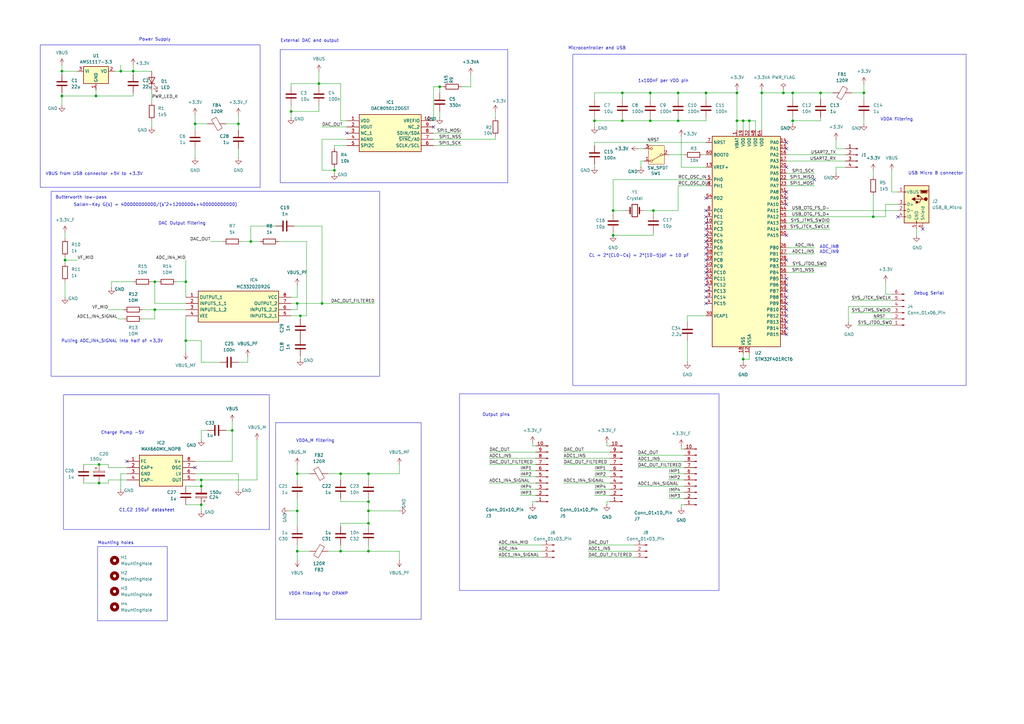
<source format=kicad_sch>
(kicad_sch (version 20231120) (generator "eeschema") (generator_version "8.0")
  (paper "A3")
  (title_block (title "Impedance measurement") (date "2024-09-08") (rev "1.0") (company "Zabos Péter"))
  (lib_symbols
    (symbol "Connector:Conn_01x03_Pin" (pin_names (offset 1.016) hide)
      (property "Reference" "J" (at 0 5.08 0))
      (property "Value" "Conn_01x03_Pin" (at 0 -5.08 0))
      (symbol "Conn_01x03_Pin_1_1"
        (pin passive line (at 5.08 2.54 180) (length 3.81) (name "Pin_1") (number "1"))
        (pin passive line (at 5.08 0 180) (length 3.81) (name "Pin_2") (number "2"))
        (pin passive line (at 5.08 -2.54 180) (length 3.81) (name "Pin_3") (number "3"))
      )
    )
    (symbol "Connector:Conn_01x04_Pin" (pin_names (offset 1.016) hide)
      (property "Reference" "J" (at 0 5.08 0))
      (property "Value" "Conn_01x04_Pin" (at 0 -7.62 0))
      (symbol "Conn_01x04_Pin_1_1"
        (pin passive line (at 5.08 2.54 180) (length 3.81) (name "Pin_1") (number "1"))
        (pin passive line (at 5.08 0 180) (length 3.81) (name "Pin_2") (number "2"))
        (pin passive line (at 5.08 -2.54 180) (length 3.81) (name "Pin_3") (number "3"))
        (pin passive line (at 5.08 -5.08 180) (length 3.81) (name "Pin_4") (number "4"))
      )
    )
    (symbol "Connector:Conn_01x06_Pin" (pin_names (offset 1.016) hide)
      (property "Reference" "J" (at 0 7.62 0))
      (property "Value" "Conn_01x06_Pin" (at 0 -10.16 0))
      (symbol "Conn_01x06_Pin_1_1"
        (pin passive line (at 5.08 5.08 180) (length 3.81) (name "Pin_1") (number "1"))
        (pin passive line (at 5.08 2.54 180) (length 3.81) (name "Pin_2") (number "2"))
        (pin passive line (at 5.08 0 180) (length 3.81) (name "Pin_3") (number "3"))
        (pin passive line (at 5.08 -2.54 180) (length 3.81) (name "Pin_4") (number "4"))
        (pin passive line (at 5.08 -5.08 180) (length 3.81) (name "Pin_5") (number "5"))
        (pin passive line (at 5.08 -7.62 180) (length 3.81) (name "Pin_6") (number "6"))
      )
    )
    (symbol "Connector:Conn_01x10_Pin" (pin_names (offset 1.016) hide)
      (property "Reference" "J" (at 0 12.7 0))
      (property "Value" "Conn_01x10_Pin" (at 0 -15.24 0))
      (symbol "Conn_01x10_Pin_1_1"
        (pin passive line (at 5.08 10.16 180) (length 3.81) (name "Pin_1") (number "1"))
        (pin passive line (at 5.08 -12.7 180) (length 3.81) (name "Pin_10") (number "10"))
        (pin passive line (at 5.08 7.62 180) (length 3.81) (name "Pin_2") (number "2"))
        (pin passive line (at 5.08 5.08 180) (length 3.81) (name "Pin_3") (number "3"))
        (pin passive line (at 5.08 2.54 180) (length 3.81) (name "Pin_4") (number "4"))
        (pin passive line (at 5.08 0 180) (length 3.81) (name "Pin_5") (number "5"))
        (pin passive line (at 5.08 -2.54 180) (length 3.81) (name "Pin_6") (number "6"))
        (pin passive line (at 5.08 -5.08 180) (length 3.81) (name "Pin_7") (number "7"))
        (pin passive line (at 5.08 -7.62 180) (length 3.81) (name "Pin_8") (number "8"))
        (pin passive line (at 5.08 -10.16 180) (length 3.81) (name "Pin_9") (number "9"))
      )
    )
    (symbol "Connector:USB_B_Micro" (pin_names (offset 1.016))
      (property "Reference" "J" (at -5.08 11.43 0))
      (property "Value" "USB_B_Micro" (at -5.08 8.89 0))
      (symbol "USB_B_Micro_1_1"
        (pin power_out line (at 7.62 5.08 180) (length 2.54) (name "VBUS") (number "1"))
        (pin bidirectional line (at 7.62 -2.54 180) (length 2.54) (name "D-") (number "2"))
        (pin bidirectional line (at 7.62 0 180) (length 2.54) (name "D+") (number "3"))
        (pin passive line (at 7.62 -5.08 180) (length 2.54) (name "ID") (number "4"))
        (pin power_out line (at 0 -10.16 90) (length 2.54) (name "GND") (number "5"))
        (pin passive line (at -2.54 -10.16 90) (length 2.54) (name "Shield") (number "6"))
      )
    )
    (symbol "Device:C" (pin_numbers hide) (pin_names (offset 0.254))
      (property "Reference" "C" (at 0.635 2.54 0))
      (property "Value" "C" (at 0.635 -2.54 0))
      (symbol "C_1_1"
        (pin passive line (at 0 3.81 270) (length 2.794) (name "~") (number "1"))
        (pin passive line (at 0 -3.81 90) (length 2.794) (name "~") (number "2"))
      )
    )
    (symbol "Device:C_Polarized" (pin_numbers hide) (pin_names (offset 0.254))
      (property "Reference" "C" (at 0.635 2.54 0))
      (property "Value" "C_Polarized" (at 0.635 -2.54 0))
      (symbol "C_Polarized_1_1"
        (pin passive line (at 0 3.81 270) (length 2.794) (name "~") (number "1"))
        (pin passive line (at 0 -3.81 90) (length 2.794) (name "~") (number "2"))
      )
    )
    (symbol "Device:Crystal" (pin_numbers hide) (pin_names (offset 1.016) hide)
      (property "Reference" "Y" (at 0 3.81 0))
      (property "Value" "Crystal" (at 0 -3.81 0))
      (symbol "Crystal_1_1"
        (pin passive line (at -3.81 0 0) (length 1.27) (name "1") (number "1"))
        (pin passive line (at 3.81 0 180) (length 1.27) (name "2") (number "2"))
      )
    )
    (symbol "Device:FerriteBead" (pin_numbers hide) (pin_names (offset 0))
      (property "Reference" "FB" (at -3.81 0.635 90))
      (property "Value" "FerriteBead" (at 3.81 0 90))
      (symbol "FerriteBead_1_1"
        (pin passive line (at 0 3.81 270) (length 2.54) (name "~") (number "1"))
        (pin passive line (at 0 -3.81 90) (length 2.54) (name "~") (number "2"))
      )
    )
    (symbol "Device:LED" (pin_numbers hide) (pin_names (offset 1.016) hide)
      (property "Reference" "D" (at 0 2.54 0))
      (property "Value" "LED" (at 0 -2.54 0))
      (symbol "LED_1_1"
        (pin passive line (at -3.81 0 0) (length 2.54) (name "K") (number "1"))
        (pin passive line (at 3.81 0 180) (length 2.54) (name "A") (number "2"))
      )
    )
    (symbol "Device:R" (pin_numbers hide) (pin_names (offset 0))
      (property "Reference" "R" (at 2.032 0 90))
      (property "Value" "R" (at 0 0 90))
      (symbol "R_1_1"
        (pin passive line (at 0 3.81 270) (length 1.27) (name "~") (number "1"))
        (pin passive line (at 0 -3.81 90) (length 1.27) (name "~") (number "2"))
      )
    )
    (symbol "MCU_ST_STM32F4:STM32F401RCTx"
      (property "Reference" "U" (at -12.7 44.45 0))
      (property "Value" "STM32F401RCTx" (at 10.16 44.45 0))
      (symbol "STM32F401RCTx_1_1"
        (pin power_in line (at -2.54 45.72 270) (length 2.54) (name "VBAT") (number "1"))
        (pin bidirectional line (at -15.24 7.62 0) (length 2.54) (name "PC2") (number "10"))
        (pin bidirectional line (at -15.24 5.08 0) (length 2.54) (name "PC3") (number "11"))
        (pin power_in line (at 2.54 -45.72 90) (length 2.54) (name "VSSA") (number "12"))
        (pin input line (at -15.24 30.48 0) (length 2.54) (name "VREF+") (number "13"))
        (pin bidirectional line (at 17.78 40.64 180) (length 2.54) (name "PA0") (number "14"))
        (pin bidirectional line (at 17.78 38.1 180) (length 2.54) (name "PA1") (number "15"))
        (pin bidirectional line (at 17.78 35.56 180) (length 2.54) (name "PA2") (number "16"))
        (pin bidirectional line (at 17.78 33.02 180) (length 2.54) (name "PA3") (number "17"))
        (pin power_in line (at 0 -45.72 90) (length 2.54) (name "VSS") (number "18"))
        (pin power_in line (at 0 45.72 270) (length 2.54) (name "VDD") (number "19"))
        (pin bidirectional line (at -15.24 -20.32 0) (length 2.54) (name "PC13") (number "2"))
        (pin bidirectional line (at 17.78 30.48 180) (length 2.54) (name "PA4") (number "20"))
        (pin bidirectional line (at 17.78 27.94 180) (length 2.54) (name "PA5") (number "21"))
        (pin bidirectional line (at 17.78 25.4 180) (length 2.54) (name "PA6") (number "22"))
        (pin bidirectional line (at 17.78 22.86 180) (length 2.54) (name "PA7") (number "23"))
        (pin bidirectional line (at -15.24 2.54 0) (length 2.54) (name "PC4") (number "24"))
        (pin bidirectional line (at -15.24 0 0) (length 2.54) (name "PC5") (number "25"))
        (pin bidirectional line (at 17.78 -2.54 180) (length 2.54) (name "PB0") (number "26"))
        (pin bidirectional line (at 17.78 -5.08 180) (length 2.54) (name "PB1") (number "27"))
        (pin bidirectional line (at 17.78 -7.62 180) (length 2.54) (name "PB2") (number "28"))
        (pin bidirectional line (at 17.78 -27.94 180) (length 2.54) (name "PB10") (number "29"))
        (pin bidirectional line (at -15.24 -22.86 0) (length 2.54) (name "PC14") (number "3"))
        (pin power_out line (at -15.24 -30.48 0) (length 2.54) (name "VCAP1") (number "30"))
        (pin passive line (at 0 -45.72 90) (length 2.54) hide (name "VSS") (number "31"))
        (pin power_in line (at 2.54 45.72 270) (length 2.54) (name "VDD") (number "32"))
        (pin bidirectional line (at 17.78 -30.48 180) (length 2.54) (name "PB12") (number "33"))
        (pin bidirectional line (at 17.78 -33.02 180) (length 2.54) (name "PB13") (number "34"))
        (pin bidirectional line (at 17.78 -35.56 180) (length 2.54) (name "PB14") (number "35"))
        (pin bidirectional line (at 17.78 -38.1 180) (length 2.54) (name "PB15") (number "36"))
        (pin bidirectional line (at -15.24 -2.54 0) (length 2.54) (name "PC6") (number "37"))
        (pin bidirectional line (at -15.24 -5.08 0) (length 2.54) (name "PC7") (number "38"))
        (pin bidirectional line (at -15.24 -7.62 0) (length 2.54) (name "PC8") (number "39"))
        (pin bidirectional line (at -15.24 -25.4 0) (length 2.54) (name "PC15") (number "4"))
        (pin bidirectional line (at -15.24 -10.16 0) (length 2.54) (name "PC9") (number "40"))
        (pin bidirectional line (at 17.78 20.32 180) (length 2.54) (name "PA8") (number "41"))
        (pin bidirectional line (at 17.78 17.78 180) (length 2.54) (name "PA9") (number "42"))
        (pin bidirectional line (at 17.78 15.24 180) (length 2.54) (name "PA10") (number "43"))
        (pin bidirectional line (at 17.78 12.7 180) (length 2.54) (name "PA11") (number "44"))
        (pin bidirectional line (at 17.78 10.16 180) (length 2.54) (name "PA12") (number "45"))
        (pin bidirectional line (at 17.78 7.62 180) (length 2.54) (name "PA13") (number "46"))
        (pin passive line (at 0 -45.72 90) (length 2.54) hide (name "VSS") (number "47"))
        (pin power_in line (at 5.08 45.72 270) (length 2.54) (name "VDD") (number "48"))
        (pin bidirectional line (at 17.78 5.08 180) (length 2.54) (name "PA14") (number "49"))
        (pin bidirectional line (at -15.24 25.4 0) (length 2.54) (name "PH0") (number "5"))
        (pin bidirectional line (at 17.78 2.54 180) (length 2.54) (name "PA15") (number "50"))
        (pin bidirectional line (at -15.24 -12.7 0) (length 2.54) (name "PC10") (number "51"))
        (pin bidirectional line (at -15.24 -15.24 0) (length 2.54) (name "PC11") (number "52"))
        (pin bidirectional line (at -15.24 -17.78 0) (length 2.54) (name "PC12") (number "53"))
        (pin bidirectional line (at -15.24 17.78 0) (length 2.54) (name "PD2") (number "54"))
        (pin bidirectional line (at 17.78 -10.16 180) (length 2.54) (name "PB3") (number "55"))
        (pin bidirectional line (at 17.78 -12.7 180) (length 2.54) (name "PB4") (number "56"))
        (pin bidirectional line (at 17.78 -15.24 180) (length 2.54) (name "PB5") (number "57"))
        (pin bidirectional line (at 17.78 -17.78 180) (length 2.54) (name "PB6") (number "58"))
        (pin bidirectional line (at 17.78 -20.32 180) (length 2.54) (name "PB7") (number "59"))
        (pin bidirectional line (at -15.24 22.86 0) (length 2.54) (name "PH1") (number "6"))
        (pin input line (at -15.24 35.56 0) (length 2.54) (name "BOOT0") (number "60"))
        (pin bidirectional line (at 17.78 -22.86 180) (length 2.54) (name "PB8") (number "61"))
        (pin bidirectional line (at 17.78 -25.4 180) (length 2.54) (name "PB9") (number "62"))
        (pin passive line (at 0 -45.72 90) (length 2.54) hide (name "VSS") (number "63"))
        (pin power_in line (at 7.62 45.72 270) (length 2.54) (name "VDD") (number "64"))
        (pin input line (at -15.24 40.64 0) (length 2.54) (name "NRST") (number "7"))
        (pin bidirectional line (at -15.24 12.7 0) (length 2.54) (name "PC0") (number "8"))
        (pin bidirectional line (at -15.24 10.16 0) (length 2.54) (name "PC1") (number "9"))
      )
    )
    (symbol "Mechanical:MountingHole" (pin_names (offset 1.016))
      (property "Reference" "H" (at 0 5.08 0))
      (property "Value" "MountingHole" (at 0 3.175 0))
    )
    (symbol "Regulator_Linear:AMS1117-3.3"
      (property "Reference" "U" (at -3.81 3.175 0))
      (property "Value" "AMS1117-3.3" (at 0 3.175 0))
      (symbol "AMS1117-3.3_1_1"
        (pin power_in line (at 0 -7.62 90) (length 2.54) (name "GND") (number "1"))
        (pin power_out line (at 7.62 0 180) (length 2.54) (name "VO") (number "2"))
        (pin power_in line (at -7.62 0 0) (length 2.54) (name "VI") (number "3"))
      )
    )
    (symbol "SamacSys_Parts:DAC80501ZDGST"
      (property "Reference" "IC" (at 31.75 7.62 0))
      (property "Value" "DAC80501ZDGST" (at 31.75 5.08 0))
      (symbol "DAC80501ZDGST_1_1"
        (pin power_in line (at 0 0 0) (length 5.08) (name "VDD") (number "1"))
        (pin bidirectional line (at 35.56 0 180) (length 5.08) (name "VREFIO") (number "10"))
        (pin output line (at 0 -2.54 0) (length 5.08) (name "VOUT") (number "2"))
        (pin passive line (at 0 -5.08 0) (length 5.08) (name "NC_1") (number "3"))
        (pin power_in line (at 0 -7.62 0) (length 5.08) (name "AGND") (number "4"))
        (pin input line (at 0 -10.16 0) (length 5.08) (name "SPI2C") (number "5"))
        (pin bidirectional line (at 35.56 -10.16 180) (length 5.08) (name "SCLK/SCL") (number "6"))
        (pin bidirectional line (at 35.56 -7.62 180) (length 5.08) (name "~{SYNC}/A0") (number "7"))
        (pin bidirectional line (at 35.56 -5.08 180) (length 5.08) (name "SDIN/SDA") (number "8"))
        (pin passive line (at 35.56 -2.54 180) (length 5.08) (name "NC_2") (number "9"))
      )
    )
    (symbol "SamacSys_Parts:MAX660MX_NOPB"
      (property "Reference" "IC" (at 24.13 7.62 0))
      (property "Value" "MAX660MX_NOPB" (at 24.13 5.08 0))
      (symbol "MAX660MX_NOPB_1_1"
        (pin passive line (at 0 0 0) (length 5.08) (name "FC") (number "1"))
        (pin passive line (at 0 -2.54 0) (length 5.08) (name "CAP+") (number "2"))
        (pin power_in line (at 0 -5.08 0) (length 5.08) (name "GND") (number "3"))
        (pin passive line (at 0 -7.62 0) (length 5.08) (name "CAP-") (number "4"))
        (pin output line (at 27.94 -7.62 180) (length 5.08) (name "OUT") (number "5"))
        (pin passive line (at 27.94 -5.08 180) (length 5.08) (name "LV") (number "6"))
        (pin passive line (at 27.94 -2.54 180) (length 5.08) (name "OSC") (number "7"))
        (pin power_in line (at 27.94 0 180) (length 5.08) (name "V+") (number "8"))
      )
    )
    (symbol "SamacSys_Parts:MC33202DR2G"
      (property "Reference" "IC" (at 39.37 7.62 0))
      (property "Value" "MC33202DR2G" (at 39.37 5.08 0))
      (symbol "MC33202DR2G_1_1"
        (pin passive line (at 0 0 0) (length 5.08) (name "OUTPUT_1") (number "1"))
        (pin passive line (at 0 -2.54 0) (length 5.08) (name "INPUTS_1_1") (number "2"))
        (pin passive line (at 0 -5.08 0) (length 5.08) (name "INPUTS_1_2") (number "3"))
        (pin passive line (at 0 -7.62 0) (length 5.08) (name "VEE") (number "4"))
        (pin passive line (at 43.18 -7.62 180) (length 5.08) (name "INPUTS_2_1") (number "5"))
        (pin passive line (at 43.18 -5.08 180) (length 5.08) (name "INPUTS_2_2") (number "6"))
        (pin passive line (at 43.18 -2.54 180) (length 5.08) (name "OUTPUT_2") (number "7"))
        (pin passive line (at 43.18 0 180) (length 5.08) (name "VCC") (number "8"))
      )
    )
    (symbol "Switch:SW_SPDT" (pin_names (offset 0) hide)
      (property "Reference" "SW" (at 0 5.08 0))
      (property "Value" "SW_SPDT" (at 0 -5.08 0))
      (symbol "SW_SPDT_1_1"
        (pin passive line (at 5.08 2.54 180) (length 2.54) (name "A") (number "1"))
        (pin passive line (at -5.08 0 0) (length 2.54) (name "B") (number "2"))
        (pin passive line (at 5.08 -2.54 180) (length 2.54) (name "C") (number "3"))
      )
    )
    (symbol "power:+3.3V" (power) (pin_numbers hide) (pin_names (offset 0) hide)
      (property "Value" "+3.3V" (at 0 3.556 0))
      (symbol "+3.3V_1_1"
        (pin power_in line (at 0 0 90) (length 0) (name "~") (number "1"))
      )
    )
    (symbol "power:+3.3VA" (power) (pin_numbers hide) (pin_names (offset 0) hide)
      (property "Value" "+3.3VA" (at 0 3.556 0))
      (symbol "+3.3VA_1_1"
        (pin power_in line (at 0 0 90) (length 0) (name "~") (number "1"))
      )
    )
    (symbol "power:GND" (power) (pin_numbers hide) (pin_names (offset 0) hide)
      (property "Value" "GND" (at 0 -3.81 0))
      (symbol "GND_1_1"
        (pin power_in line (at 0 0 270) (length 0) (name "~") (number "1"))
      )
    )
    (symbol "power:PWR_FLAG" (power) (pin_numbers hide) (pin_names (offset 0) hide)
      (property "Value" "PWR_FLAG" (at 0 3.81 0))
      (symbol "PWR_FLAG_0_0"
        (pin power_out line (at 0 0 90) (length 0) (name "~") (number "1"))
      )
    )
    (symbol "power:VBUS" (power) (pin_numbers hide) (pin_names (offset 0) hide)
      (property "Value" "VBUS" (at 0 3.556 0))
      (symbol "VBUS_1_1"
        (pin power_in line (at 0 0 90) (length 0) (name "~") (number "1"))
      )
    )
  )
  (junction (at 76.2 115.57))
  (junction (at 25.4 39.37))
  (junction (at 255.27 49.53))
  (junction (at 325.12 38.1))
  (junction (at 321.31 38.1))
  (junction (at 180.34 35.56))
  (junction (at 243.84 49.53))
  (junction (at 151.13 214.63))
  (junction (at 49.53 29.21))
  (junction (at 39.37 39.37))
  (junction (at 251.46 96.52))
  (junction (at 325.12 49.53))
  (junction (at 25.4 29.21))
  (junction (at 137.16 69.85))
  (junction (at 130.81 34.29))
  (junction (at 289.56 38.1))
  (junction (at 54.61 29.21))
  (junction (at 121.92 124.46))
  (junction (at 26.67 106.68))
  (junction (at 151.13 205.74))
  (junction (at 251.46 86.36))
  (junction (at 151.13 226.06))
  (junction (at 302.26 38.1))
  (junction (at 304.8 49.53))
  (junction (at 102.87 99.06))
  (junction (at 76.2 139.7))
  (junction (at 307.34 49.53))
  (junction (at 139.7 194.31))
  (junction (at 304.8 147.32))
  (junction (at 82.55 199.39))
  (junction (at 40.64 198.12))
  (junction (at 266.7 49.53))
  (junction (at 121.92 226.06))
  (junction (at 151.13 194.31))
  (junction (at 255.27 38.1))
  (junction (at 82.55 196.85))
  (junction (at 266.7 38.1))
  (junction (at 121.92 194.31))
  (junction (at 63.5 127))
  (junction (at 151.13 209.55))
  (junction (at 97.79 50.8))
  (junction (at 358.14 88.9))
  (junction (at 139.7 226.06))
  (junction (at 312.42 38.1))
  (junction (at 354.33 38.1))
  (junction (at 63.5 115.57))
  (junction (at 119.38 45.72))
  (junction (at 40.64 190.5))
  (junction (at 336.55 38.1))
  (junction (at 132.08 124.46))
  (junction (at 80.01 50.8))
  (junction (at 302.26 49.53))
  (junction (at 95.25 176.53))
  (junction (at 82.55 207.01))
  (junction (at 121.92 209.55))
  (junction (at 123.19 129.54))
  (junction (at 267.97 86.36))
  (junction (at 278.13 49.53))
  (junction (at 278.13 38.1))
  (no_connect (at 289.56 88.9))
  (no_connect (at 289.56 99.06))
  (no_connect (at 289.56 111.76))
  (no_connect (at 289.56 124.46))
  (no_connect (at 322.58 60.96))
  (no_connect (at 289.56 109.22))
  (no_connect (at 322.58 121.92))
  (no_connect (at 322.58 137.16))
  (no_connect (at 289.56 96.52))
  (no_connect (at 378.46 93.98))
  (no_connect (at 289.56 91.44))
  (no_connect (at 322.58 83.82))
  (no_connect (at 289.56 101.6))
  (no_connect (at 334.01 73.66))
  (no_connect (at 322.58 127))
  (no_connect (at 322.58 68.58))
  (no_connect (at 368.3 88.9))
  (no_connect (at 322.58 114.3))
  (no_connect (at 322.58 129.54))
  (no_connect (at 289.56 106.68))
  (no_connect (at 322.58 106.68))
  (no_connect (at 289.56 114.3))
  (no_connect (at 289.56 86.36))
  (no_connect (at 322.58 116.84))
  (no_connect (at 289.56 119.38))
  (no_connect (at 322.58 119.38))
  (no_connect (at 322.58 96.52))
  (no_connect (at 142.24 54.61))
  (no_connect (at 289.56 81.28))
  (no_connect (at 289.56 104.14))
  (no_connect (at 80.01 191.77))
  (no_connect (at 177.8 52.07))
  (no_connect (at 322.58 134.62))
  (no_connect (at 289.56 121.92))
  (no_connect (at 289.56 93.98))
  (no_connect (at 322.58 58.42))
  (no_connect (at 52.07 189.23))
  (no_connect (at 322.58 132.08))
  (no_connect (at 322.58 124.46))
  (no_connect (at 289.56 116.84))
  (no_connect (at 322.58 78.74))
  (no_connect (at 322.58 81.28))
  (wire (pts (xy 304.8 49.53) (xy 302.26 49.53)))
  (wire (pts (xy 127 194.31) (xy 121.92 194.31)))
  (wire (pts (xy 255.27 38.1) (xy 266.7 38.1)))
  (wire (pts (xy 121.92 116.84) (xy 121.92 121.92)))
  (wire (pts (xy 255.27 38.1) (xy 255.27 40.64)))
  (wire (pts (xy 274.32 201.93) (xy 280.67 201.93)))
  (wire (pts (xy 139.7 226.06) (xy 151.13 226.06)))
  (wire (pts (xy 243.84 59.69) (xy 243.84 58.42)))
  (wire (pts (xy 251.46 96.52) (xy 267.97 96.52)))
  (wire (pts (xy 203.2 55.88) (xy 203.2 57.15)))
  (wire (pts (xy 322.58 76.2) (xy 334.01 76.2)))
  (wire (pts (xy 101.6 148.59) (xy 101.6 146.05)))
  (wire (pts (xy 204.47 226.06) (xy 222.25 226.06)))
  (wire (pts (xy 137.16 68.58) (xy 137.16 69.85)))
  (wire (pts (xy 139.7 205.74) (xy 151.13 205.74)))
  (wire (pts (xy 139.7 215.9) (xy 139.7 214.63)))
  (wire (pts (xy 151.13 204.47) (xy 151.13 205.74)))
  (wire (pts (xy 219.71 185.42) (xy 200.66 185.42)))
  (wire (pts (xy 76.2 115.57) (xy 76.2 121.92)))
  (wire (pts (xy 121.92 190.5) (xy 121.92 194.31)))
  (wire (pts (xy 58.42 127) (xy 63.5 127)))
  (wire (pts (xy 266.7 48.26) (xy 266.7 49.53)))
  (wire (pts (xy 95.25 176.53) (xy 92.71 176.53)))
  (wire (pts (xy 85.09 50.8) (xy 80.01 50.8)))
  (wire (pts (xy 63.5 115.57) (xy 64.77 115.57)))
  (wire (pts (xy 34.29 198.12) (xy 40.64 198.12)))
  (wire (pts (xy 121.92 226.06) (xy 121.92 223.52)))
  (wire (pts (xy 54.61 38.1) (xy 54.61 39.37)))
  (wire (pts (xy 80.01 189.23) (xy 95.25 189.23)))
  (wire (pts (xy 139.7 226.06) (xy 134.62 226.06)))
  (wire (pts (xy 52.07 194.31) (xy 49.53 194.31)))
  (wire (pts (xy 255.27 49.53) (xy 243.84 49.53)))
  (wire (pts (xy 375.92 93.98) (xy 375.92 96.52)))
  (wire (pts (xy 243.84 40.64) (xy 243.84 38.1)))
  (wire (pts (xy 54.61 29.21) (xy 54.61 30.48)))
  (wire (pts (xy 97.79 194.31) (xy 97.79 200.66)))
  (wire (pts (xy 267.97 86.36) (xy 278.13 86.36)))
  (wire (pts (xy 26.67 106.68) (xy 26.67 107.95)))
  (wire (pts (xy 132.08 69.85) (xy 137.16 69.85)))
  (wire (pts (xy 289.56 38.1) (xy 289.56 40.64)))
  (wire (pts (xy 266.7 38.1) (xy 278.13 38.1)))
  (wire (pts (xy 76.2 129.54) (xy 76.2 139.7)))
  (wire (pts (xy 163.83 190.5) (xy 163.83 194.31)))
  (wire (pts (xy 82.55 196.85) (xy 80.01 196.85)))
  (wire (pts (xy 279.4 182.88) (xy 279.4 184.15)))
  (wire (pts (xy 130.81 29.21) (xy 130.81 34.29)))
  (wire (pts (xy 365.76 78.74) (xy 365.76 69.85)))
  (wire (pts (xy 231.14 190.5) (xy 250.19 190.5)))
  (wire (pts (xy 123.19 129.54) (xy 123.19 130.81)))
  (wire (pts (xy 336.55 40.64) (xy 336.55 38.1)))
  (wire (pts (xy 76.2 106.68) (xy 76.2 115.57)))
  (wire (pts (xy 137.16 60.96) (xy 137.16 59.69)))
  (wire (pts (xy 336.55 38.1) (xy 325.12 38.1)))
  (wire (pts (xy 132.08 92.71) (xy 132.08 124.46)))
  (wire (pts (xy 231.14 187.96) (xy 250.19 187.96)))
  (wire (pts (xy 309.88 53.34) (xy 309.88 49.53)))
  (wire (pts (xy 163.83 229.87) (xy 163.83 226.06)))
  (wire (pts (xy 119.38 124.46) (xy 121.92 124.46)))
  (wire (pts (xy 204.47 223.52) (xy 222.25 223.52)))
  (wire (pts (xy 44.45 190.5) (xy 40.64 190.5)))
  (wire (pts (xy 25.4 39.37) (xy 25.4 43.18)))
  (wire (pts (xy 34.29 190.5) (xy 40.64 190.5)))
  (wire (pts (xy 105.41 180.34) (xy 105.41 196.85)))
  (wire (pts (xy 274.32 194.31) (xy 280.67 194.31)))
  (wire (pts (xy 243.84 49.53) (xy 243.84 52.07)))
  (wire (pts (xy 80.01 46.99) (xy 80.01 50.8)))
  (wire (pts (xy 189.23 35.56) (xy 193.04 35.56)))
  (wire (pts (xy 58.42 130.81) (xy 63.5 130.81)))
  (wire (pts (xy 309.88 49.53) (xy 307.34 49.53)))
  (wire (pts (xy 26.67 115.57) (xy 26.67 121.92)))
  (wire (pts (xy 121.92 124.46) (xy 121.92 127)))
  (wire (pts (xy 358.14 130.81) (xy 365.76 130.81)))
  (wire (pts (xy 342.9 57.15) (xy 342.9 60.96)))
  (wire (pts (xy 288.29 63.5) (xy 289.56 63.5)))
  (wire (pts (xy 248.92 182.88) (xy 250.19 182.88)))
  (wire (pts (xy 200.66 190.5) (xy 219.71 190.5)))
  (wire (pts (xy 121.92 229.87) (xy 121.92 226.06)))
  (wire (pts (xy 25.4 29.21) (xy 25.4 30.48)))
  (wire (pts (xy 44.45 191.77) (xy 44.45 190.5)))
  (wire (pts (xy 130.81 34.29) (xy 130.81 35.56)))
  (wire (pts (xy 80.01 194.31) (xy 97.79 194.31)))
  (wire (pts (xy 267.97 86.36) (xy 267.97 87.63)))
  (wire (pts (xy 218.44 181.61) (xy 218.44 182.88)))
  (wire (pts (xy 267.97 95.25) (xy 267.97 96.52)))
  (wire (pts (xy 274.32 63.5) (xy 280.67 63.5)))
  (wire (pts (xy 139.7 194.31) (xy 151.13 194.31)))
  (wire (pts (xy 114.3 99.06) (xy 125.73 99.06)))
  (wire (pts (xy 82.55 199.39) (xy 82.55 196.85)))
  (wire (pts (xy 255.27 48.26) (xy 255.27 49.53)))
  (wire (pts (xy 325.12 48.26) (xy 325.12 49.53)))
  (wire (pts (xy 151.13 194.31) (xy 163.83 194.31)))
  (wire (pts (xy 336.55 48.26) (xy 336.55 49.53)))
  (wire (pts (xy 243.84 200.66) (xy 250.19 200.66)))
  (wire (pts (xy 151.13 223.52) (xy 151.13 226.06)))
  (wire (pts (xy 139.7 223.52) (xy 139.7 226.06)))
  (wire (pts (xy 213.36 195.58) (xy 219.71 195.58)))
  (wire (pts (xy 180.34 45.72) (xy 180.34 48.26)))
  (wire (pts (xy 322.58 104.14) (xy 334.01 104.14)))
  (wire (pts (xy 139.7 196.85) (xy 139.7 194.31)))
  (wire (pts (xy 251.46 73.66) (xy 251.46 86.36)))
  (wire (pts (xy 132.08 52.07) (xy 142.24 52.07)))
  (wire (pts (xy 119.38 45.72) (xy 119.38 48.26)))
  (wire (pts (xy 251.46 87.63) (xy 251.46 86.36)))
  (wire (pts (xy 97.79 148.59) (xy 101.6 148.59)))
  (wire (pts (xy 264.16 86.36) (xy 267.97 86.36)))
  (wire (pts (xy 368.3 78.74) (xy 365.76 78.74)))
  (wire (pts (xy 204.47 228.6) (xy 222.25 228.6)))
  (wire (pts (xy 127 226.06) (xy 121.92 226.06)))
  (wire (pts (xy 25.4 38.1) (xy 25.4 39.37)))
  (wire (pts (xy 274.32 204.47) (xy 280.67 204.47)))
  (wire (pts (xy 203.2 45.72) (xy 203.2 48.26)))
  (wire (pts (xy 279.4 184.15) (xy 280.67 184.15)))
  (wire (pts (xy 261.62 199.39) (xy 280.67 199.39)))
  (wire (pts (xy 264.16 66.04) (xy 262.89 66.04)))
  (wire (pts (xy 358.14 80.01) (xy 358.14 88.9)))
  (wire (pts (xy 130.81 43.18) (xy 130.81 45.72)))
  (wire (pts (xy 278.13 49.53) (xy 266.7 49.53)))
  (wire (pts (xy 251.46 95.25) (xy 251.46 96.52)))
  (wire (pts (xy 54.61 26.67) (xy 54.61 29.21)))
  (wire (pts (xy 99.06 99.06) (xy 102.87 99.06)))
  (wire (pts (xy 151.13 215.9) (xy 151.13 214.63)))
  (wire (pts (xy 26.67 105.41) (xy 26.67 106.68)))
  (wire (pts (xy 213.36 203.2) (xy 219.71 203.2)))
  (wire (pts (xy 119.38 35.56) (xy 119.38 34.29)))
  (wire (pts (xy 243.84 203.2) (xy 250.19 203.2)))
  (wire (pts (xy 137.16 59.69) (xy 142.24 59.69)))
  (wire (pts (xy 278.13 38.1) (xy 289.56 38.1)))
  (wire (pts (xy 49.53 194.31) (xy 49.53 200.66)))
  (wire (pts (xy 76.2 124.46) (xy 63.5 124.46)))
  (wire (pts (xy 102.87 99.06) (xy 106.68 99.06)))
  (wire (pts (xy 322.58 73.66) (xy 334.01 73.66)))
  (wire (pts (xy 243.84 38.1) (xy 255.27 38.1)))
  (wire (pts (xy 97.79 60.96) (xy 97.79 64.77)))
  (wire (pts (xy 45.72 118.11) (xy 45.72 115.57)))
  (wire (pts (xy 63.5 124.46) (xy 63.5 115.57)))
  (wire (pts (xy 280.67 186.69) (xy 261.62 186.69)))
  (wire (pts (xy 82.55 207.01) (xy 82.55 209.55)))
  (wire (pts (xy 139.7 49.53) (xy 139.7 34.29)))
  (wire (pts (xy 304.8 144.78) (xy 304.8 147.32)))
  (wire (pts (xy 322.58 109.22) (xy 339.09 109.22)))
  (wire (pts (xy 82.55 139.7) (xy 76.2 139.7)))
  (wire (pts (xy 289.56 48.26) (xy 289.56 49.53)))
  (wire (pts (xy 121.92 124.46) (xy 132.08 124.46)))
  (wire (pts (xy 354.33 48.26) (xy 354.33 50.8)))
  (wire (pts (xy 322.58 88.9) (xy 358.14 88.9)))
  (wire (pts (xy 180.34 35.56) (xy 181.61 35.56)))
  (wire (pts (xy 102.87 92.71) (xy 102.87 99.06)))
  (wire (pts (xy 358.14 69.85) (xy 358.14 72.39)))
  (wire (pts (xy 213.36 200.66) (xy 219.71 200.66)))
  (wire (pts (xy 243.84 193.04) (xy 250.19 193.04)))
  (wire (pts (xy 49.53 29.21) (xy 54.61 29.21)))
  (wire (pts (xy 266.7 38.1) (xy 266.7 40.64)))
  (wire (pts (xy 248.92 181.61) (xy 248.92 182.88)))
  (wire (pts (xy 92.71 50.8) (xy 97.79 50.8)))
  (wire (pts (xy 132.08 124.46) (xy 153.67 124.46)))
  (wire (pts (xy 321.31 36.83) (xy 321.31 38.1)))
  (wire (pts (xy 289.56 38.1) (xy 302.26 38.1)))
  (wire (pts (xy 82.55 148.59) (xy 90.17 148.59)))
  (wire (pts (xy 200.66 187.96) (xy 219.71 187.96)))
  (wire (pts (xy 363.22 83.82) (xy 363.22 88.9)))
  (wire (pts (xy 312.42 36.83) (xy 312.42 38.1)))
  (wire (pts (xy 123.19 146.05) (xy 123.19 147.32)))
  (wire (pts (xy 261.62 189.23) (xy 280.67 189.23)))
  (wire (pts (xy 243.84 48.26) (xy 243.84 49.53)))
  (wire (pts (xy 76.2 199.39) (xy 82.55 199.39)))
  (wire (pts (xy 177.8 59.69) (xy 189.23 59.69)))
  (wire (pts (xy 62.23 36.83) (xy 62.23 41.91)))
  (wire (pts (xy 177.8 57.15) (xy 203.2 57.15)))
  (wire (pts (xy 218.44 182.88) (xy 219.71 182.88)))
  (wire (pts (xy 349.25 128.27) (xy 365.76 128.27)))
  (wire (pts (xy 142.24 57.15) (xy 132.08 57.15)))
  (wire (pts (xy 26.67 106.68) (xy 31.75 106.68)))
  (wire (pts (xy 347.98 125.73) (xy 347.98 132.08)))
  (wire (pts (xy 307.34 144.78) (xy 307.34 147.32)))
  (wire (pts (xy 278.13 76.2) (xy 289.56 76.2)))
  (wire (pts (xy 251.46 86.36) (xy 256.54 86.36)))
  (wire (pts (xy 322.58 93.98) (xy 340.36 93.98)))
  (wire (pts (xy 302.26 38.1) (xy 302.26 49.53)))
  (wire (pts (xy 312.42 38.1) (xy 312.42 53.34)))
  (wire (pts (xy 322.58 101.6) (xy 334.01 101.6)))
  (wire (pts (xy 121.92 204.47) (xy 121.92 209.55)))
  (wire (pts (xy 180.34 35.56) (xy 180.34 38.1)))
  (wire (pts (xy 45.72 115.57) (xy 54.61 115.57)))
  (wire (pts (xy 63.5 130.81) (xy 63.5 127)))
  (wire (pts (xy 260.35 223.52) (xy 241.3 223.52)))
  (wire (pts (xy 278.13 86.36) (xy 278.13 76.2)))
  (wire (pts (xy 200.66 198.12) (xy 219.71 198.12)))
  (wire (pts (xy 139.7 34.29) (xy 130.81 34.29)))
  (wire (pts (xy 121.92 194.31) (xy 121.92 196.85)))
  (wire (pts (xy 342.9 71.12) (xy 342.9 68.58)))
  (wire (pts (xy 130.81 45.72) (xy 119.38 45.72)))
  (wire (pts (xy 302.26 36.83) (xy 302.26 38.1)))
  (wire (pts (xy 281.94 129.54) (xy 289.56 129.54)))
  (wire (pts (xy 44.45 198.12) (xy 40.64 198.12)))
  (wire (pts (xy 347.98 125.73) (xy 365.76 125.73)))
  (wire (pts (xy 342.9 60.96) (xy 346.71 60.96)))
  (wire (pts (xy 336.55 49.53) (xy 325.12 49.53)))
  (wire (pts (xy 250.19 185.42) (xy 231.14 185.42)))
  (wire (pts (xy 46.99 29.21) (xy 49.53 29.21)))
  (wire (pts (xy 44.45 196.85) (xy 44.45 198.12)))
  (wire (pts (xy 48.26 130.81) (xy 50.8 130.81)))
  (wire (pts (xy 281.94 139.7) (xy 281.94 148.59)))
  (wire (pts (xy 248.92 205.74) (xy 250.19 205.74)))
  (wire (pts (xy 137.16 69.85) (xy 137.16 71.12)))
  (wire (pts (xy 278.13 48.26) (xy 278.13 49.53)))
  (wire (pts (xy 151.13 226.06) (xy 163.83 226.06)))
  (wire (pts (xy 119.38 129.54) (xy 123.19 129.54)))
  (wire (pts (xy 302.26 49.53) (xy 302.26 53.34)))
  (wire (pts (xy 307.34 49.53) (xy 304.8 49.53)))
  (wire (pts (xy 279.4 207.01) (xy 280.67 207.01)))
  (wire (pts (xy 281.94 132.08) (xy 281.94 129.54)))
  (wire (pts (xy 113.03 92.71) (xy 102.87 92.71)))
  (wire (pts (xy 261.62 191.77) (xy 280.67 191.77)))
  (wire (pts (xy 119.38 127) (xy 121.92 127)))
  (wire (pts (xy 304.8 147.32) (xy 304.8 148.59)))
  (wire (pts (xy 54.61 39.37) (xy 39.37 39.37)))
  (wire (pts (xy 44.45 127) (xy 50.8 127)))
  (wire (pts (xy 218.44 207.01) (xy 218.44 205.74)))
  (wire (pts (xy 76.2 139.7) (xy 76.2 144.78)))
  (wire (pts (xy 351.79 133.35) (xy 365.76 133.35)))
  (wire (pts (xy 177.8 35.56) (xy 177.8 49.53)))
  (wire (pts (xy 31.75 29.21) (xy 25.4 29.21)))
  (wire (pts (xy 151.13 209.55) (xy 163.83 209.55)))
  (wire (pts (xy 322.58 111.76) (xy 334.01 111.76)))
  (wire (pts (xy 82.55 176.53) (xy 82.55 180.34)))
  (wire (pts (xy 139.7 49.53) (xy 142.24 49.53)))
  (wire (pts (xy 82.55 196.85) (xy 105.41 196.85)))
  (wire (pts (xy 213.36 193.04) (xy 219.71 193.04)))
  (wire (pts (xy 322.58 91.44) (xy 340.36 91.44)))
  (wire (pts (xy 49.53 26.67) (xy 49.53 29.21)))
  (wire (pts (xy 325.12 38.1) (xy 321.31 38.1)))
  (wire (pts (xy 97.79 46.99) (xy 97.79 50.8)))
  (wire (pts (xy 139.7 204.47) (xy 139.7 205.74)))
  (wire (pts (xy 243.84 67.31) (xy 243.84 68.58)))
  (wire (pts (xy 243.84 195.58) (xy 250.19 195.58)))
  (wire (pts (xy 95.25 176.53) (xy 95.25 189.23)))
  (wire (pts (xy 80.01 50.8) (xy 80.01 53.34)))
  (wire (pts (xy 279.4 208.28) (xy 279.4 207.01)))
  (wire (pts (xy 243.84 58.42) (xy 289.56 58.42)))
  (wire (pts (xy 278.13 38.1) (xy 278.13 40.64)))
  (wire (pts (xy 279.4 68.58) (xy 279.4 55.88)))
  (wire (pts (xy 177.8 54.61) (xy 189.23 54.61)))
  (wire (pts (xy 322.58 66.04) (xy 346.71 66.04)))
  (wire (pts (xy 241.3 226.06) (xy 260.35 226.06)))
  (wire (pts (xy 39.37 39.37) (xy 25.4 39.37)))
  (wire (pts (xy 251.46 73.66) (xy 289.56 73.66)))
  (wire (pts (xy 151.13 205.74) (xy 151.13 209.55)))
  (wire (pts (xy 342.9 68.58) (xy 346.71 68.58)))
  (wire (pts (xy 321.31 38.1) (xy 312.42 38.1)))
  (wire (pts (xy 354.33 38.1) (xy 354.33 40.64)))
  (wire (pts (xy 86.36 99.06) (xy 91.44 99.06)))
  (wire (pts (xy 62.23 49.53) (xy 62.23 52.07)))
  (wire (pts (xy 26.67 95.25) (xy 26.67 97.79)))
  (wire (pts (xy 80.01 60.96) (xy 80.01 64.77)))
  (wire (pts (xy 289.56 68.58) (xy 279.4 68.58)))
  (wire (pts (xy 76.2 207.01) (xy 82.55 207.01)))
  (wire (pts (xy 97.79 50.8) (xy 97.79 53.34)))
  (wire (pts (xy 121.92 121.92) (xy 119.38 121.92)))
  (wire (pts (xy 119.38 34.29) (xy 130.81 34.29)))
  (wire (pts (xy 322.58 71.12) (xy 334.01 71.12)))
  (wire (pts (xy 218.44 205.74) (xy 219.71 205.74)))
  (wire (pts (xy 63.5 127) (xy 76.2 127)))
  (wire (pts (xy 177.8 35.56) (xy 180.34 35.56)))
  (wire (pts (xy 82.55 148.59) (xy 82.55 139.7)))
  (wire (pts (xy 139.7 194.31) (xy 134.62 194.31)))
  (wire (pts (xy 262.89 66.04) (xy 262.89 68.58)))
  (wire (pts (xy 82.55 176.53) (xy 85.09 176.53)))
  (wire (pts (xy 139.7 214.63) (xy 151.13 214.63)))
  (wire (pts (xy 121.92 209.55) (xy 121.92 215.9)))
  (wire (pts (xy 349.25 38.1) (xy 354.33 38.1)))
  (wire (pts (xy 119.38 43.18) (xy 119.38 45.72)))
  (wire (pts (xy 289.56 49.53) (xy 278.13 49.53)))
  (wire (pts (xy 54.61 29.21) (xy 62.23 29.21)))
  (wire (pts (xy 125.73 99.06) (xy 125.73 129.54)))
  (wire (pts (xy 25.4 26.67) (xy 25.4 29.21)))
  (wire (pts (xy 336.55 38.1) (xy 341.63 38.1)))
  (wire (pts (xy 62.23 115.57) (xy 63.5 115.57)))
  (wire (pts (xy 241.3 228.6) (xy 260.35 228.6)))
  (wire (pts (xy 363.22 115.57) (xy 363.22 120.65)))
  (wire (pts (xy 304.8 53.34) (xy 304.8 49.53)))
  (wire (pts (xy 261.62 60.96) (xy 264.16 60.96)))
  (wire (pts (xy 231.14 198.12) (xy 250.19 198.12)))
  (wire (pts (xy 358.14 88.9) (xy 363.22 88.9)))
  (wire (pts (xy 322.58 63.5) (xy 346.71 63.5)))
  (wire (pts (xy 72.39 115.57) (xy 76.2 115.57)))
  (wire (pts (xy 354.33 34.29) (xy 354.33 38.1)))
  (wire (pts (xy 151.13 209.55) (xy 151.13 214.63)))
  (wire (pts (xy 322.58 86.36) (xy 368.3 86.36)))
  (wire (pts (xy 368.3 83.82) (xy 363.22 83.82)))
  (wire (pts (xy 118.11 209.55) (xy 121.92 209.55)))
  (wire (pts (xy 266.7 49.53) (xy 255.27 49.53)))
  (wire (pts (xy 307.34 53.34) (xy 307.34 49.53)))
  (wire (pts (xy 120.65 92.71) (xy 132.08 92.71)))
  (wire (pts (xy 52.07 196.85) (xy 44.45 196.85)))
  (wire (pts (xy 274.32 196.85) (xy 280.67 196.85)))
  (wire (pts (xy 123.19 129.54) (xy 125.73 129.54)))
  (wire (pts (xy 132.08 57.15) (xy 132.08 69.85)))
  (wire (pts (xy 363.22 120.65) (xy 365.76 120.65)))
  (wire (pts (xy 95.25 172.72) (xy 95.25 176.53)))
  (wire (pts (xy 52.07 191.77) (xy 44.45 191.77)))
  (wire (pts (xy 325.12 49.53) (xy 325.12 50.8)))
  (wire (pts (xy 39.37 36.83) (xy 39.37 39.37)))
  (wire (pts (xy 307.34 147.32) (xy 304.8 147.32)))
  (wire (pts (xy 349.25 123.19) (xy 365.76 123.19)))
  (wire (pts (xy 151.13 196.85) (xy 151.13 194.31)))
  (wire (pts (xy 193.04 30.48) (xy 193.04 35.56)))
  (wire (pts (xy 248.92 207.01) (xy 248.92 205.74)))
  (wire (pts (xy 325.12 40.64) (xy 325.12 38.1)))
  (rectangle (start 234.95 22.225) (end 396.24 158.115))
  (rectangle (start 20.955 78.486) (end 155.702 154.305))
  (rectangle (start 26.035 161.925) (end 110.49 217.17))
  (rectangle (start 188.468 161.544) (end 294.894 242.189))
  (rectangle (start 16.51 18.415) (end 106.68 76.835))
  (rectangle (start 113.03 173.355) (end 172.72 254))
  (rectangle (start 206.375 78.105) (end 206.375 78.105))
  (rectangle (start 40.005 224.155) (end 68.58 254.635))
  (rectangle (start 114.935 20.32) (end 208.28 74.93))
  (rectangle (start 207.645 34.29) (end 207.645 34.29))
  (text "VDDA filtering for OPAMP\n" (at 130.556 243.586 0) (effects (font (size 1.27 1.27))))
  (text "VBUS from USB connector +5V to +3.3V" (at 38.608 71.374 0) (effects (font (size 1.27 1.27))))
  (text "VDDA_M filtering" (at 129.286 180.848 0) (effects (font (size 1.27 1.27))))
  (text "C1,C2 150uF datasheet\n" (at 60.198 209.296 0) (effects (font (size 1.27 1.27))))
  (text "1x100nF per VDD pin" (at 272.034 33.274 0) (effects (font (size 1.27 1.27))))
  (text "Pulling ADC_IN4_SIGNAL into half of +3.3V " (at 46.482 139.954 0) (effects (font (size 1.27 1.27))))
  (text "DAC Output filtering" (at 74.676 91.694 0) (effects (font (size 1.27 1.27))))
  (text "External DAC and output\n" (at 127 16.764 0) (effects (font (size 1.27 1.27))))
  (text "CL = 2*(CL0-Cs) = 2*(10-5)pF = 10 pF" (at 262.128 104.902 0) (effects (font (size 1.27 1.27))))
  (text "ADC_IN8\nADC_IN9" (at 340.106 102.362 0) (effects (font (size 1.27 1.27))))
  (text "Microcontroller and USB\n" (at 244.856 19.812 0) (effects (font (size 1.27 1.27))))
  (text "Sallen-Key G(s) = 400000000000/(s^2+1200000s+400000000000)" (at 63.754 84.074 0) (effects (font (size 1.27 1.27))))
  (text "Charge Pump -5V" (at 50.292 177.546 0) (effects (font (size 1.27 1.27))))
  (text "Power Supply\n" (at 63.5 16.256 0) (effects (font (size 1.27 1.27))))
  (text "Output pins" (at 203.454 170.18 0) (effects (font (size 1.27 1.27))))
  (text "Mounting holes\n" (at 47.498 222.758 0) (effects (font (size 1.27 1.27))))
  (text "USB Micro B connector\n" (at 383.794 71.12 0) (effects (font (size 1.27 1.27))))
  (text "VDDA filtering" (at 367.792 49.022 0) (effects (font (size 1.27 1.27))))
  (text "Butterworth low-pass\n" (at 33.274 81.026 0) (effects (font (size 1.27 1.27))))
  (text "Debug Serial" (at 381 120.396 0) (effects (font (size 1.27 1.27))))
  (label "IMP2" (at 243.84 195.58 0))
  (label "USART2_TX" (at 342.9 63.5 180))
  (label "ADC1_IN4_SIGNAL" (at 204.47 228.6 0))
  (label "RCC_OSC_OUT" (at 278.13 76.2 0))
  (label "ADC1_IN5" (at 241.3 226.06 0))
  (label "ADC1_IN5" (at 261.62 189.23 0))
  (label "RCC_OSC_IN" (at 278.13 73.66 0))
  (label "SPI1_NSS" (at 189.23 57.15 180))
  (label "IMP1" (at 213.36 193.04 0))
  (label "NRST" (at 265.43 58.42 0))
  (label "DAC_OUT" (at 231.14 185.42 0))
  (label "DAC_OUT_FILTERED" (at 261.62 191.77 0))
  (label "SPI1_NSS" (at 334.01 111.76 180))
  (label "IMP3" (at 213.36 203.2 0))
  (label "ADC1_IN5" (at 200.66 187.96 0))
  (label "ADC1_IN4_SIGNAL" (at 48.26 130.81 180))
  (label "SYS_JTCK_SWCLK" (at 349.25 123.19 0))
  (label "DAC_OUT_FILTERED" (at 153.67 124.46 180))
  (label "DAC_OUT_FILTERED" (at 241.3 228.6 0))
  (label "USB_OTG_FS_D+" (at 340.36 88.9 180))
  (label "PWR_LED_K" (at 62.23 40.64 0))
  (label "USB_OTG_FS_D-" (at 340.36 86.36 180))
  (label "ADC1_IN5" (at 334.01 104.14 180))
  (label "USART2_RX" (at 342.9 66.04 180))
  (label "DAC_OUT" (at 86.36 99.06 180))
  (label "VF_MID" (at 44.45 127 180))
  (label "SPI1_MISO" (at 334.01 73.66 180))
  (label "SPI1_SCK" (at 334.01 71.12 180))
  (label "ADC1_IN4_SIGNAL" (at 261.62 199.39 0))
  (label "SYS_JTMS_SWDIO" (at 340.36 91.44 180))
  (label "SPI1_MOSI" (at 189.23 54.61 180))
  (label "IMP1" (at 274.32 194.31 0))
  (label "IMP4" (at 243.84 200.66 0))
  (label "IMP2" (at 213.36 195.58 0))
  (label "NRST" (at 358.14 130.81 0))
  (label "IMP4" (at 274.32 201.93 0))
  (label "ADC1_IN4_SIGNAL" (at 200.66 198.12 0))
  (label "ADC_IN4" (at 204.47 226.06 0))
  (label "SYS_JTDO_SWO" (at 351.79 133.35 0))
  (label "IMP1" (at 243.84 193.04 0))
  (label "DAC_OUT_FILTERED" (at 231.14 190.5 0))
  (label "IMP3" (at 243.84 203.2 0))
  (label "SYS_JTMS_SWDIO" (at 349.25 128.27 0))
  (label "SYS_JTCK_SWCLK" (at 340.36 93.98 180))
  (label "ADC_IN4_MID" (at 204.47 223.52 0))
  (label "SYS_JTDO_SWO" (at 339.09 109.22 180))
  (label "IMP4" (at 213.36 200.66 0))
  (label "VF_MID" (at 31.75 106.68 0))
  (label "DAC_OUT" (at 261.62 186.69 0))
  (label "DAC_OUT" (at 241.3 223.52 0))
  (label "DAC_OUT" (at 200.66 185.42 0))
  (label "ADC_IN4_MID" (at 76.2 106.68 180))
  (label "DAC_OUT_FILTERED" (at 200.66 190.5 0))
  (label "IMP3" (at 274.32 204.47 0))
  (label "ADC1_IN5" (at 231.14 187.96 0))
  (label "ADC_IN4" (at 334.01 101.6 180))
  (label "DAC_OUT" (at 132.08 52.07 0))
  (label "SPI1_MOSI" (at 334.01 76.2 180))
  (label "IMP2" (at 274.32 196.85 0))
  (label "SPI1_SCK" (at 189.23 59.69 180))
  (label "ADC1_IN4_SIGNAL" (at 231.14 198.12 0))
  (symbol (lib_id "power:GND") (at 25.4 43.18 0) (unit 1)
    (property "Reference" "#PWR08" (effects (hide yes)))
    (property "Value" "GND" (at 21.59 44.45 0))
    (property "Description" "Power symbol creates a global label with name \"GND\" , ground" (effects (hide yes)))
  )
  (symbol (lib_id "Device:C") (at 139.7 200.66 0) (mirror y) (unit 1)
    (property "Reference" "C22" (at 135.89 199.3899 0) (effects (justify left)))
    (property "Value" "1u" (at 135.89 201.9299 0) (effects (justify left)))
    (property "Footprint" "Capacitor_SMD:C_0805_2012Metric" (effects (hide yes)))
    (property "Description" "Unpolarized capacitor" (effects (hide yes)))
  )
  (symbol (lib_id "power:GND") (at 325.12 50.8 0) (unit 1)
    (property "Reference" "#PWR012" (effects (hide yes)))
    (property "Value" "GND" (at 322.072 52.578 0))
    (property "Description" "Power symbol creates a global label with name \"GND\" , ground" (effects (hide yes)))
  )
  (symbol (lib_id "power:+3.3V") (at 26.67 95.25 0) (mirror y) (unit 1)
    (property "Reference" "#PWR031" (effects (hide yes)))
    (property "Value" "+3.3V_F" (at 26.67 90.17 0))
    (property "Description" "Power symbol creates a global label with name \"+3.3V\"" (effects (hide yes)))
  )
  (symbol (lib_id "power:GND") (at 251.46 96.52 0) (unit 1)
    (property "Reference" "#PWR024" (effects (hide yes)))
    (property "Value" "GND" (at 251.46 101.6 0))
    (property "Description" "Power symbol creates a global label with name \"GND\" , ground" (effects (hide yes)))
  )
  (symbol (lib_id "Device:C") (at 243.84 63.5 0) (unit 1)
    (property "Reference" "C15" (at 247.65 62.2299 0) (effects (justify left)))
    (property "Value" "100n" (at 247.65 64.7699 0) (effects (justify left)))
    (property "Footprint" "Capacitor_SMD:C_0805_2012Metric" (effects (hide yes)))
    (property "Description" "Unpolarized capacitor" (effects (hide yes)))
  )
  (symbol (lib_id "power:GND") (at 137.16 71.12 0) (unit 1)
    (property "Reference" "#PWR023" (effects (hide yes)))
    (property "Value" "GND" (at 140.462 71.628 0))
    (property "Description" "Power symbol creates a global label with name \"GND\" , ground" (effects (hide yes)))
  )
  (symbol (lib_id "Connector:Conn_01x10_Pin") (at 224.79 195.58 180) (unit 1)
    (property "Reference" "J3" (at 199.136 211.582 0) (effects (justify right)))
    (property "Value" "Conn_01x10_Pin" (at 199.136 209.042 0) (effects (justify right)))
    (property "Footprint" "Connector_PinSocket_2.54mm:PinSocket_1x10_P2.54mm_Vertical" (effects (hide yes)))
    (property "Description" "Generic connector, single row, 01x10, script generated" (effects (hide yes)))
  )
  (symbol (lib_id "Device:C") (at 251.46 91.44 0) (unit 1)
    (property "Reference" "C16" (at 244.348 90.424 0) (effects (justify left)))
    (property "Value" "10p" (at 244.348 92.964 0) (effects (justify left)))
    (property "Footprint" "Capacitor_SMD:C_0805_2012Metric" (effects (hide yes)))
    (property "Description" "Unpolarized capacitor" (effects (hide yes)))
  )
  (symbol (lib_id "MCU_ST_STM32F4:STM32F401RCTx") (at 304.8 99.06 0) (unit 1)
    (property "Reference" "U2" (at 309.5341 144.78 0) (effects (justify left)))
    (property "Value" "STM32F401RCT6" (at 309.5341 147.32 0) (effects (justify left)))
    (property "Footprint" "Package_QFP:LQFP-64_10x10mm_P0.5mm" (effects (hide yes)))
    (property "Datasheet" "https://www.st.com/resource/en/datasheet/stm32f401rc.pdf" (effects (hide yes)))
    (property "Description" "STMicroelectronics Arm Cortex-M4 MCU, 256KB flash, 64KB RAM, 84 MHz, 1.7-3.6V, 50 GPIO, LQFP64" (effects (hide yes)))
  )
  (symbol (lib_id "power:GND") (at 243.84 68.58 0) (unit 1)
    (property "Reference" "#PWR018" (effects (hide yes)))
    (property "Value" "GND" (at 240.03 69.85 0))
    (property "Description" "Power symbol creates a global label with name \"GND\" , ground" (effects (hide yes)))
  )
  (symbol (lib_id "power:GND") (at 163.83 209.55 90) (mirror x) (unit 1)
    (property "Reference" "#PWR042" (effects (hide yes)))
    (property "Value" "GND" (at 165.608 206.502 0))
    (property "Description" "Power symbol creates a global label with name \"GND\" , ground" (effects (hide yes)))
  )
  (symbol (lib_id "power:+3.3V") (at 80.01 46.99 0) (mirror y) (unit 1)
    (property "Reference" "#PWR04" (effects (hide yes)))
    (property "Value" "+3.3V" (at 80.01 41.91 0))
    (property "Description" "Power symbol creates a global label with name \"+3.3V\"" (effects (hide yes)))
  )
  (symbol (lib_id "power:GND") (at 62.23 52.07 0) (unit 1)
    (property "Reference" "#PWR014" (effects (hide yes)))
    (property "Value" "GND" (at 58.42 53.34 0))
    (property "Description" "Power symbol creates a global label with name \"GND\" , ground" (effects (hide yes)))
  )
  (symbol (lib_id "Device:C") (at 54.61 34.29 0) (unit 1)
    (property "Reference" "C2" (at 58.42 33.0199 0) (effects (justify left)))
    (property "Value" "22u" (at 58.42 35.5599 0) (effects (justify left)))
    (property "Footprint" "Capacitor_SMD:C_0805_2012Metric" (effects (hide yes)))
    (property "Description" "Unpolarized capacitor" (effects (hide yes)))
  )
  (symbol (lib_id "power:GND") (at 243.84 52.07 0) (unit 1)
    (property "Reference" "#PWR015" (effects (hide yes)))
    (property "Value" "GND" (at 247.142 52.578 0))
    (property "Description" "Power symbol creates a global label with name \"GND\" , ground" (effects (hide yes)))
  )
  (symbol (lib_id "power:+3.3V") (at 261.62 60.96 90) (unit 1)
    (property "Reference" "#PWR017" (effects (hide yes)))
    (property "Value" "+3.3V" (at 257.81 60.9599 90) (effects (justify left)))
    (property "Description" "Power symbol creates a global label with name \"+3.3V\"" (effects (hide yes)))
  )
  (symbol (lib_id "Device:R") (at 68.58 115.57 270) (unit 1)
    (property "Reference" "R14" (at 68.58 109.22 90))
    (property "Value" "10M" (at 68.58 111.76 90))
    (property "Footprint" "Resistor_SMD:R_0805_2012Metric" (effects (hide yes)))
    (property "Description" "Resistor" (effects (hide yes)))
  )
  (symbol (lib_id "Connector:Conn_01x03_Pin") (at 227.33 226.06 0) (mirror y) (unit 1)
    (property "Reference" "J6" (at 226.695 218.44 0))
    (property "Value" "Conn_01x03_Pin" (at 226.695 220.98 0))
    (property "Footprint" "Connector_PinHeader_2.54mm:PinHeader_1x03_P2.54mm_Vertical" (effects (hide yes)))
    (property "Description" "Generic connector, single row, 01x03, script generated" (effects (hide yes)))
  )
  (symbol (lib_id "Mechanical:MountingHole") (at 46.99 242.57 0) (unit 1)
    (property "Reference" "H3" (at 49.53 241.2999 0) (effects (justify left)))
    (property "Value" "MountingHole" (at 49.53 243.8399 0) (effects (justify left)))
    (property "Footprint" "MountingHole:MountingHole_2mm" (effects (hide yes)))
    (property "Description" "Mounting Hole without connection" (effects (hide yes)))
  )
  (symbol (lib_id "Device:C") (at 139.7 219.71 180) (unit 1)
    (property "Reference" "C31" (at 135.89 220.9801 0) (effects (justify left)))
    (property "Value" "1u" (at 135.89 218.4401 0) (effects (justify left)))
    (property "Footprint" "Capacitor_SMD:C_0805_2012Metric" (effects (hide yes)))
    (property "Description" "Unpolarized capacitor" (effects (hide yes)))
  )
  (symbol (lib_id "power:+3.3V") (at 130.81 29.21 0) (mirror y) (unit 1)
    (property "Reference" "#PWR03" (effects (hide yes)))
    (property "Value" "VBUS" (at 130.81 24.13 0))
    (property "Description" "Power symbol creates a global label with name \"+3.3V\"" (effects (hide yes)))
  )
  (symbol (lib_id "Device:C") (at 354.33 44.45 0) (unit 1)
    (property "Reference" "C14" (at 358.14 43.1799 0) (effects (justify left)))
    (property "Value" "1u" (at 358.14 45.7199 0) (effects (justify left)))
    (property "Footprint" "Capacitor_SMD:C_0805_2012Metric" (effects (hide yes)))
    (property "Description" "Unpolarized capacitor" (effects (hide yes)))
  )
  (symbol (lib_id "Device:R") (at 95.25 99.06 90) (unit 1)
    (property "Reference" "R7" (at 95.25 92.71 90))
    (property "Value" "5k" (at 95.25 95.25 90))
    (property "Footprint" "Resistor_SMD:R_0805_2012Metric" (effects (hide yes)))
    (property "Description" "Resistor" (effects (hide yes)))
  )
  (symbol (lib_id "power:+3.3V") (at 97.79 46.99 0) (mirror y) (unit 1)
    (property "Reference" "#PWR053" (effects (hide yes)))
    (property "Value" "+3.3V_F" (at 97.79 41.91 0))
    (property "Description" "Power symbol creates a global label with name \"+3.3V\"" (effects (hide yes)))
  )
  (symbol (lib_id "Device:C_Polarized") (at 82.55 203.2 180) (unit 1)
    (property "Reference" "C24" (at 89.662 203.962 0) (effects (justify left)))
    (property "Value" "150u" (at 90.932 201.93 0) (effects (justify left)))
    (property "Footprint" "Capacitor_THT:CP_Radial_D4.0mm_P1.50mm" (effects (hide yes)))
    (property "Description" "Polarized capacitor" (effects (hide yes)))
  )
  (symbol (lib_id "Connector:Conn_01x10_Pin") (at 255.27 195.58 180) (unit 1)
    (property "Reference" "J5" (at 229.616 211.582 0) (effects (justify right)))
    (property "Value" "Conn_01x10_Pin" (at 229.616 209.042 0) (effects (justify right)))
    (property "Footprint" "Connector_PinSocket_2.54mm:PinSocket_1x10_P2.54mm_Vertical" (effects (hide yes)))
    (property "Description" "Generic connector, single row, 01x10, script generated" (effects (hide yes)))
  )
  (symbol (lib_id "Device:C") (at 93.98 148.59 270) (unit 1)
    (property "Reference" "C25" (at 93.98 140.97 90))
    (property "Value" "100n" (at 93.98 143.51 90))
    (property "Footprint" "Capacitor_SMD:C_0805_2012Metric" (effects (hide yes)))
    (property "Description" "Unpolarized capacitor" (effects (hide yes)))
  )
  (symbol (lib_id "power:GND") (at 281.94 148.59 0) (unit 1)
    (property "Reference" "#PWR060" (effects (hide yes)))
    (property "Value" "GND" (at 281.94 153.67 0))
    (property "Description" "Power symbol creates a global label with name \"GND\" , ground" (effects (hide yes)))
  )
  (symbol (lib_id "power:VBUS") (at 121.92 229.87 180) (unit 1)
    (property "Reference" "#PWR050" (effects (hide yes)))
    (property "Value" "VBUS" (at 121.92 234.95 0))
    (property "Description" "Power symbol creates a global label with name \"VBUS\"" (effects (hide yes)))
  )
  (symbol (lib_id "power:GND") (at 342.9 71.12 0) (unit 1)
    (property "Reference" "#PWR022" (effects (hide yes)))
    (property "Value" "GND" (at 339.852 72.898 0))
    (property "Description" "Power symbol creates a global label with name \"GND\" , ground" (effects (hide yes)))
  )
  (symbol (lib_id "Device:R") (at 358.14 76.2 0) (unit 1)
    (property "Reference" "R5" (at 360.68 74.9299 0) (effects (justify left)))
    (property "Value" "1k5" (at 360.68 77.4699 0) (effects (justify left)))
    (property "Footprint" "Resistor_SMD:R_0805_2012Metric" (effects (hide yes)))
    (property "Description" "Resistor" (effects (hide yes)))
  )
  (symbol (lib_id "Connector:Conn_01x03_Pin") (at 265.43 226.06 0) (mirror y) (unit 1)
    (property "Reference" "J8" (at 264.795 218.44 0))
    (property "Value" "Conn_01x03_Pin" (at 264.795 220.98 0))
    (property "Footprint" "Connector_PinHeader_2.54mm:PinHeader_1x03_P2.54mm_Vertical" (effects (hide yes)))
    (property "Description" "Generic connector, single row, 01x03, script generated" (effects (hide yes)))
  )
  (symbol (lib_id "power:+3.3V") (at 279.4 182.88 0) (unit 1)
    (property "Reference" "#PWR057" (effects (hide yes)))
    (property "Value" "+3.3V_F" (at 279.4 177.8 0))
    (property "Description" "Power symbol creates a global label with name \"+3.3V\"" (effects (hide yes)))
  )
  (symbol (lib_id "power:GND") (at 180.34 48.26 0) (mirror y) (unit 1)
    (property "Reference" "#PWR011" (effects (hide yes)))
    (property "Value" "GND" (at 177.038 48.768 0))
    (property "Description" "Power symbol creates a global label with name \"GND\" , ground" (effects (hide yes)))
  )
  (symbol (lib_id "power:GND") (at 45.72 118.11 0) (unit 1)
    (property "Reference" "#PWR056" (effects (hide yes)))
    (property "Value" "GND" (at 49.022 118.618 0))
    (property "Description" "Power symbol creates a global label with name \"GND\" , ground" (effects (hide yes)))
  )
  (symbol (lib_id "power:GND") (at 248.92 207.01 0) (unit 1)
    (property "Reference" "#PWR046" (effects (hide yes)))
    (property "Value" "GND" (at 248.92 212.09 0))
    (property "Description" "Power symbol creates a global label with name \"GND\" , ground" (effects (hide yes)))
  )
  (symbol (lib_id "Device:C") (at 151.13 219.71 180) (unit 1)
    (property "Reference" "C32" (at 147.32 220.9801 0) (effects (justify left)))
    (property "Value" "10n" (at 147.32 218.4401 0) (effects (justify left)))
    (property "Footprint" "Capacitor_SMD:C_0805_2012Metric" (effects (hide yes)))
    (property "Description" "Unpolarized capacitor" (effects (hide yes)))
  )
  (symbol (lib_id "Switch:SW_SPDT") (at 269.24 63.5 180) (unit 1)
    (property "Reference" "SW1" (at 268.986 71.12 0))
    (property "Value" "SW_SPDT" (at 269.748 68.834 0))
    (property "Footprint" "Button_Switch_THT:SW_Slide-03_Wuerth-WS-SLTV_10x2.5x6.4_P2.54mm" (effects (hide yes)))
    (property "Description" "Switch, single pole double throw" (effects (hide yes)))
  )
  (symbol (lib_id "Device:C") (at 97.79 57.15 0) (mirror y) (unit 1)
    (property "Reference" "C28" (at 93.98 55.8799 0) (effects (justify left)))
    (property "Value" "1u" (at 93.98 58.4199 0) (effects (justify left)))
    (property "Footprint" "Capacitor_SMD:C_0805_2012Metric" (effects (hide yes)))
    (property "Description" "Unpolarized capacitor" (effects (hide yes)))
  )
  (symbol (lib_id "Device:C") (at 151.13 200.66 0) (mirror y) (unit 1)
    (property "Reference" "C23" (at 147.32 199.3899 0) (effects (justify left)))
    (property "Value" "10n" (at 147.32 201.9299 0) (effects (justify left)))
    (property "Footprint" "Capacitor_SMD:C_0805_2012Metric" (effects (hide yes)))
    (property "Description" "Unpolarized capacitor" (effects (hide yes)))
  )
  (symbol (lib_id "Device:FerriteBead") (at 130.81 226.06 270) (unit 1)
    (property "Reference" "FB3" (at 130.8608 233.68 90))
    (property "Value" "120R" (at 130.8608 231.14 90))
    (property "Footprint" "Inductor_SMD:L_0805_2012Metric" (effects (hide yes)))
    (property "Description" "Ferrite bead" (effects (hide yes)))
  )
  (symbol (lib_id "Device:C") (at 116.84 92.71 90) (unit 1)
    (property "Reference" "C19" (at 116.84 85.1629 90))
    (property "Value" "1n" (at 116.84 87.7029 90))
    (property "Footprint" "Capacitor_SMD:C_0805_2012Metric" (effects (hide yes)))
    (property "Description" "Unpolarized capacitor" (effects (hide yes)))
  )
  (symbol (lib_id "power:VBUS") (at 95.25 172.72 0) (unit 1)
    (property "Reference" "#PWR035" (effects (hide yes)))
    (property "Value" "VBUS" (at 95.25 167.64 0))
    (property "Description" "Power symbol creates a global label with name \"VBUS\"" (effects (hide yes)))
  )
  (symbol (lib_id "power:PWR_FLAG") (at 321.31 36.83 0) (unit 1)
    (property "Reference" "#FLG01" (effects (hide yes)))
    (property "Value" "PWR_FLAG" (at 321.31 31.75 0))
    (property "Description" "Special symbol for telling ERC where power comes from" (effects (hide yes)))
  )
  (symbol (lib_id "Connector:Conn_01x06_Pin") (at 370.84 128.27 180) (unit 1)
    (property "Reference" "J4" (at 372.11 125.7299 0) (effects (justify right)))
    (property "Value" "Conn_01x06_Pin" (at 372.11 128.2699 0) (effects (justify right)))
    (property "Footprint" "Connector_PinHeader_2.54mm:PinHeader_1x06_P2.54mm_Vertical" (effects (hide yes)))
    (property "Description" "Generic connector, single row, 01x06, script generated" (effects (hide yes)))
  )
  (symbol (lib_id "Device:FerriteBead") (at 130.81 194.31 270) (mirror x) (unit 1)
    (property "Reference" "FB2" (at 130.8608 186.69 90))
    (property "Value" "120R" (at 130.8608 189.23 90))
    (property "Footprint" "Inductor_SMD:L_0805_2012Metric" (effects (hide yes)))
    (property "Description" "Ferrite bead" (effects (hide yes)))
  )
  (symbol (lib_id "power:+3.3V") (at 279.4 55.88 0) (unit 1)
    (property "Reference" "#PWR059" (effects (hide yes)))
    (property "Value" "+3.3V" (at 282.956 54.864 0))
    (property "Description" "Power symbol creates a global label with name \"+3.3V\"" (effects (hide yes)))
  )
  (symbol (lib_id "Device:C") (at 123.19 134.62 180) (unit 1)
    (property "Reference" "C29" (at 115.57 134.62 90))
    (property "Value" "1n" (at 118.11 134.62 90))
    (property "Footprint" "Capacitor_SMD:C_0805_2012Metric" (effects (hide yes)))
    (property "Description" "Unpolarized capacitor" (effects (hide yes)))
  )
  (symbol (lib_id "Device:C") (at 266.7 44.45 0) (unit 1)
    (property "Reference" "C9" (at 270.51 43.1799 0) (effects (justify left)))
    (property "Value" "100n" (at 270.51 45.7199 0) (effects (justify left)))
    (property "Footprint" "Capacitor_SMD:C_0805_2012Metric" (effects (hide yes)))
    (property "Description" "Unpolarized capacitor" (effects (hide yes)))
  )
  (symbol (lib_id "Device:R") (at 62.23 45.72 0) (unit 1)
    (property "Reference" "R1" (at 64.77 44.4499 0) (effects (justify left)))
    (property "Value" "1k5" (at 64.77 46.9899 0) (effects (justify left)))
    (property "Footprint" "Resistor_SMD:R_0805_2012Metric" (effects (hide yes)))
    (property "Description" "Resistor" (effects (hide yes)))
  )
  (symbol (lib_id "Device:R") (at 58.42 115.57 270) (unit 1)
    (property "Reference" "R15" (at 58.42 109.22 90))
    (property "Value" "10M" (at 58.42 111.76 90))
    (property "Footprint" "Resistor_SMD:R_0805_2012Metric" (effects (hide yes)))
    (property "Description" "Resistor" (effects (hide yes)))
  )
  (symbol (lib_id "Device:R") (at 26.67 111.76 180) (unit 1)
    (property "Reference" "R11" (at 29.21 110.4899 0) (effects (justify right)))
    (property "Value" "1k" (at 29.21 113.0299 0) (effects (justify right)))
    (property "Footprint" "Resistor_SMD:R_0805_2012Metric" (effects (hide yes)))
    (property "Description" "Resistor" (effects (hide yes)))
  )
  (symbol (lib_id "Device:C") (at 289.56 44.45 0) (unit 1)
    (property "Reference" "C11" (at 293.37 43.1799 0) (effects (justify left)))
    (property "Value" "100n" (at 293.37 45.7199 0) (effects (justify left)))
    (property "Footprint" "Capacitor_SMD:C_0805_2012Metric" (effects (hide yes)))
    (property "Description" "Unpolarized capacitor" (effects (hide yes)))
  )
  (symbol (lib_id "Device:Crystal") (at 260.35 86.36 0) (unit 1)
    (property "Reference" "Y1" (at 260.35 78.74 0))
    (property "Value" "Crystal" (at 260.35 81.28 0))
    (property "Footprint" "Crystal:Crystal_HC49-U_Vertical" (effects (hide yes)))
    (property "Description" "Two pin crystal" (effects (hide yes)))
  )
  (symbol (lib_id "Device:C") (at 121.92 219.71 180) (unit 1)
    (property "Reference" "C30" (at 118.11 220.9801 0) (effects (justify left)))
    (property "Value" "1u" (at 118.11 218.4401 0) (effects (justify left)))
    (property "Footprint" "Capacitor_SMD:C_0805_2012Metric" (effects (hide yes)))
    (property "Description" "Unpolarized capacitor" (effects (hide yes)))
  )
  (symbol (lib_id "Device:C") (at 130.81 39.37 0) (unit 1)
    (property "Reference" "C4" (at 134.62 38.0999 0) (effects (justify left)))
    (property "Value" "100n" (at 134.62 40.6399 0) (effects (justify left)))
    (property "Footprint" "Capacitor_SMD:C_0805_2012Metric" (effects (hide yes)))
    (property "Description" "Unpolarized capacitor" (effects (hide yes)))
  )
  (symbol (lib_id "power:+3.3V") (at 358.14 69.85 0) (unit 1)
    (property "Reference" "#PWR020" (effects (hide yes)))
    (property "Value" "+3.3V" (at 358.14 64.77 0))
    (property "Description" "Power symbol creates a global label with name \"+3.3V\"" (effects (hide yes)))
  )
  (symbol (lib_id "Connector:USB_B_Micro") (at 375.92 83.82 0) (mirror y) (unit 1)
    (property "Reference" "J2" (at 382.27 82.5499 0) (effects (justify right)))
    (property "Value" "USB_B_Micro" (at 382.27 85.0899 0) (effects (justify right)))
    (property "Footprint" "Connector_USB:USB_Micro-B_Wuerth_629105150521" (effects (hide yes)))
    (property "Description" "USB Micro Type B connector" (effects (hide yes)))
  )
  (symbol (lib_id "Device:C") (at 34.29 194.31 0) (mirror y) (unit 1)
    (property "Reference" "C26" (at 30.48 193.0399 0) (effects (justify left)))
    (property "Value" "1u" (at 30.48 195.5799 0) (effects (justify left)))
    (property "Footprint" "Capacitor_SMD:C_0805_2012Metric" (effects (hide yes)))
    (property "Description" "Unpolarized capacitor" (effects (hide yes)))
  )
  (symbol (lib_id "power:GND") (at 80.01 64.77 0) (unit 1)
    (property "Reference" "#PWR048" (effects (hide yes)))
    (property "Value" "GND" (at 80.01 69.85 0))
    (property "Description" "Power symbol creates a global label with name \"GND\" , ground" (effects (hide yes)))
  )
  (symbol (lib_id "power:GND") (at 262.89 68.58 0) (unit 1)
    (property "Reference" "#PWR019" (effects (hide yes)))
    (property "Value" "GND" (at 259.588 70.358 0))
    (property "Description" "Power symbol creates a global label with name \"GND\" , ground" (effects (hide yes)))
  )
  (symbol (lib_id "Device:C") (at 121.92 200.66 0) (mirror y) (unit 1)
    (property "Reference" "C21" (at 118.11 199.3899 0) (effects (justify left)))
    (property "Value" "1u" (at 118.11 201.9299 0) (effects (justify left)))
    (property "Footprint" "Capacitor_SMD:C_0805_2012Metric" (effects (hide yes)))
    (property "Description" "Unpolarized capacitor" (effects (hide yes)))
  )
  (symbol (lib_id "Device:C") (at 25.4 34.29 0) (unit 1)
    (property "Reference" "C1" (at 29.21 33.0199 0) (effects (justify left)))
    (property "Value" "22u" (at 29.21 35.5599 0) (effects (justify left)))
    (property "Footprint" "Capacitor_SMD:C_0805_2012Metric" (effects (hide yes)))
    (property "Description" "Unpolarized capacitor" (effects (hide yes)))
  )
  (symbol (lib_id "Device:C_Polarized") (at 40.64 194.31 0) (unit 1)
    (property "Reference" "C20" (at 40.64 186.182 0) (effects (justify left)))
    (property "Value" "150u" (at 36.83 188.214 0) (effects (justify left)))
    (property "Footprint" "Capacitor_THT:CP_Radial_D4.0mm_P1.50mm" (effects (hide yes)))
    (property "Description" "Polarized capacitor" (effects (hide yes)))
  )
  (symbol (lib_id "power:+3.3V") (at 248.92 181.61 0) (unit 1)
    (property "Reference" "#PWR028" (effects (hide yes)))
    (property "Value" "+3.3V_F" (at 248.92 176.53 0))
    (property "Description" "Power symbol creates a global label with name \"+3.3V\"" (effects (hide yes)))
  )
  (symbol (lib_id "Device:FerriteBead") (at 88.9 50.8 270) (mirror x) (unit 1)
    (property "Reference" "FB4" (at 88.9508 43.18 90))
    (property "Value" "120R" (at 88.9508 45.72 90))
    (property "Footprint" "Inductor_SMD:L_0805_2012Metric" (effects (hide yes)))
    (property "Description" "Ferrite bead" (effects (hide yes)))
  )
  (symbol (lib_id "Device:C") (at 76.2 203.2 0) (mirror y) (unit 1)
    (property "Reference" "C27" (at 72.39 201.9299 0) (effects (justify left)))
    (property "Value" "1u" (at 72.39 204.4699 0) (effects (justify left)))
    (property "Footprint" "Capacitor_SMD:C_0805_2012Metric" (effects (hide yes)))
    (property "Description" "Unpolarized capacitor" (effects (hide yes)))
  )
  (symbol (lib_id "Device:R") (at 185.42 35.56 270) (unit 1)
    (property "Reference" "R9" (at 185.166 31.496 0) (effects (justify left)))
    (property "Value" "1k5" (at 182.88 30.734 0) (effects (justify left)))
    (property "Footprint" "Resistor_SMD:R_0805_2012Metric" (effects (hide yes)))
    (property "Description" "Resistor" (effects (hide yes)))
  )
  (symbol (lib_id "power:GND") (at 82.55 209.55 0) (unit 1)
    (property "Reference" "#PWR043" (effects (hide yes)))
    (property "Value" "GND" (at 85.852 210.058 0))
    (property "Description" "Power symbol creates a global label with name \"GND\" , ground" (effects (hide yes)))
  )
  (symbol (lib_id "Device:R") (at 203.2 52.07 0) (unit 1)
    (property "Reference" "R2" (at 199.136 52.324 0) (effects (justify left)))
    (property "Value" "10k" (at 198.374 54.61 0) (effects (justify left)))
    (property "Footprint" "Resistor_SMD:R_0805_2012Metric" (effects (hide yes)))
    (property "Description" "Resistor" (effects (hide yes)))
  )
  (symbol (lib_id "power:GND") (at 347.98 132.08 0) (unit 1)
    (property "Reference" "#PWR033" (effects (hide yes)))
    (property "Value" "GND" (at 348.234 137.16 0))
    (property "Description" "Power symbol creates a global label with name \"GND\" , ground" (effects (hide yes)))
  )
  (symbol (lib_id "power:+3.3V") (at 342.9 57.15 0) (unit 1)
    (property "Reference" "#PWR016" (effects (hide yes)))
    (property "Value" "+3.3V" (at 342.9 52.07 0))
    (property "Description" "Power symbol creates a global label with name \"+3.3V\"" (effects (hide yes)))
  )
  (symbol (lib_id "power:GND") (at 119.38 48.26 0) (unit 1)
    (property "Reference" "#PWR010" (effects (hide yes)))
    (property "Value" "GND" (at 122.682 48.768 0))
    (property "Description" "Power symbol creates a global label with name \"GND\" , ground" (effects (hide yes)))
  )
  (symbol (lib_id "Regulator_Linear:AMS1117-3.3") (at 39.37 29.21 0) (unit 1)
    (property "Reference" "U1" (at 39.37 22.86 0))
    (property "Value" "AMS1117-3.3" (at 39.37 25.4 0))
    (property "Footprint" "Package_TO_SOT_SMD:SOT-223-3_TabPin2" (effects (hide yes)))
    (property "Datasheet" "http://www.advanced-monolithic.com/pdf/ds1117.pdf" (effects (hide yes)))
    (property "Description" "1A Low Dropout regulator, positive, 3.3V fixed output, SOT-223" (effects (hide yes)))
  )
  (symbol (lib_id "power:GND") (at 279.4 208.28 0) (unit 1)
    (property "Reference" "#PWR058" (effects (hide yes)))
    (property "Value" "GND" (at 279.4 213.36 0))
    (property "Description" "Power symbol creates a global label with name \"GND\" , ground" (effects (hide yes)))
  )
  (symbol (lib_id "Device:C") (at 278.13 44.45 0) (unit 1)
    (property "Reference" "C10" (at 281.94 43.1799 0) (effects (justify left)))
    (property "Value" "100n" (at 281.94 45.7199 0) (effects (justify left)))
    (property "Footprint" "Capacitor_SMD:C_0805_2012Metric" (effects (hide yes)))
    (property "Description" "Unpolarized capacitor" (effects (hide yes)))
  )
  (symbol (lib_id "power:VBUS") (at 193.04 30.48 0) (unit 1)
    (property "Reference" "#PWR052" (effects (hide yes)))
    (property "Value" "+3.3VA" (at 193.04 25.4 0))
    (property "Description" "Power symbol creates a global label with name \"VBUS\"" (effects (hide yes)))
  )
  (symbol (lib_id "SamacSys_Parts:MAX660MX_NOPB") (at 52.07 189.23 0) (unit 1)
    (property "Reference" "IC2" (at 66.04 181.61 0))
    (property "Value" "MAX660MX_NOPB" (at 66.04 184.15 0))
    (property "Footprint" "SamacSys_Parts:SOIC127P600X175-8N" (effects (hide yes)))
    (property "Datasheet" "http://www.ti.com/lit/gpn/max660" (effects (hide yes)))
    (property "Description" "Switched Capacitor Voltage Converter" (effects (hide yes)))
    (property "Height" "1.75" (effects (hide yes)))
    (property "Mouser Part Number" "926-MAX660MX/NOPB" (effects (hide yes)))
    (property "Mouser Price/Stock" "https://www.mouser.co.uk/ProductDetail/Texas-Instruments/MAX660MX-NOPB?qs=8uBHJDVwVqyj%252BVPjr5BI9w%3D%3D" (effects (hide yes)))
    (property "Manufacturer_Name" "Texas Instruments" (effects (hide yes)))
    (property "Manufacturer_Part_Number" "MAX660MX/NOPB" (effects (hide yes)))
  )
  (symbol (lib_id "Device:C") (at 267.97 91.44 0) (unit 1)
    (property "Reference" "C17" (at 271.78 90.1699 0) (effects (justify left)))
    (property "Value" "10p" (at 271.78 92.7099 0) (effects (justify left)))
    (property "Footprint" "Capacitor_SMD:C_0805_2012Metric" (effects (hide yes)))
    (property "Description" "Unpolarized capacitor" (effects (hide yes)))
  )
  (symbol (lib_id "power:+3.3V") (at 302.26 36.83 0) (unit 1)
    (property "Reference" "#PWR06" (effects (hide yes)))
    (property "Value" "+3.3V" (at 302.26 31.75 0))
    (property "Description" "Power symbol creates a global label with name \"+3.3V\"" (effects (hide yes)))
  )
  (symbol (lib_id "power:GND") (at 49.53 200.66 0) (unit 1)
    (property "Reference" "#PWR040" (effects (hide yes)))
    (property "Value" "GND" (at 52.832 201.168 0))
    (property "Description" "Power symbol creates a global label with name \"GND\" , ground" (effects (hide yes)))
  )
  (symbol (lib_id "Device:C") (at 80.01 57.15 0) (mirror y) (unit 1)
    (property "Reference" "C6" (at 76.2 55.8799 0) (effects (justify left)))
    (property "Value" "1u" (at 76.2 58.4199 0) (effects (justify left)))
    (property "Footprint" "Capacitor_SMD:C_0805_2012Metric" (effects (hide yes)))
    (property "Description" "Unpolarized capacitor" (effects (hide yes)))
  )
  (symbol (lib_id "Mechanical:MountingHole") (at 46.99 248.92 0) (unit 1)
    (property "Reference" "H4" (at 49.53 247.6499 0) (effects (justify left)))
    (property "Value" "MountingHole" (at 49.53 250.1899 0) (effects (justify left)))
    (property "Footprint" "MountingHole:MountingHole_2mm" (effects (hide yes)))
    (property "Description" "Mounting Hole without connection" (effects (hide yes)))
  )
  (symbol (lib_id "Connector:Conn_01x04_Pin") (at 351.79 63.5 0) (mirror y) (unit 1)
    (property "Reference" "J1" (at 353.06 63.4999 0) (effects (justify right)))
    (property "Value" "Conn_01x04_Pin" (effects (hide yes)))
    (property "Footprint" "Connector_PinHeader_2.54mm:PinHeader_1x04_P2.54mm_Vertical" (effects (hide yes)))
    (property "Description" "Generic connector, single row, 01x04, script generated" (effects (hide yes)))
  )
  (symbol (lib_id "Device:C") (at 336.55 44.45 0) (unit 1)
    (property "Reference" "C13" (at 340.36 43.1799 0) (effects (justify left)))
    (property "Value" "1u" (at 340.36 45.7199 0) (effects (justify left)))
    (property "Footprint" "Capacitor_SMD:C_0805_2012Metric" (effects (hide yes)))
    (property "Description" "Unpolarized capacitor" (effects (hide yes)))
  )
  (symbol (lib_id "SamacSys_Parts:DAC80501ZDGST") (at 142.24 49.53 0) (unit 1)
    (property "Reference" "IC1" (at 160.02 41.91 0))
    (property "Value" "DAC80501ZDGST" (at 160.02 44.45 0))
    (property "Footprint" "SamacSys_Parts:SOP50P490X110-10N" (effects (hide yes)))
    (property "Datasheet" "http://www.ti.com/lit/ds/symlink/dac60501.pdf" (effects (hide yes)))
    (property "Description" "Digital to Analog Converters - DAC True 16-bit, 1-ch, SPI/I2C, voltage-output DAC in WSON package with precision internal reference 10-VSSOP -40 to 125" (effects (hide yes)))
    (property "Height" "1.1" (effects (hide yes)))
    (property "Mouser Part Number" "595-DAC80501ZDGST" (effects (hide yes)))
    (property "Mouser Price/Stock" "https://www.mouser.co.uk/ProductDetail/Texas-Instruments/DAC80501ZDGST?qs=%252B6g0mu59x7JqdHgN5ZkaXA%3D%3D" (effects (hide yes)))
    (property "Manufacturer_Name" "Texas Instruments" (effects (hide yes)))
    (property "Manufacturer_Part_Number" "DAC80501ZDGST" (effects (hide yes)))
  )
  (symbol (lib_id "Device:C") (at 88.9 176.53 90) (mirror x) (unit 1)
    (property "Reference" "C33" (at 86.106 173.482 90))
    (property "Value" "1u" (at 86.106 178.562 90))
    (property "Footprint" "Capacitor_SMD:C_0805_2012Metric" (effects (hide yes)))
    (property "Description" "Unpolarized capacitor" (effects (hide yes)))
  )
  (symbol (lib_id "Device:C") (at 325.12 44.45 0) (unit 1)
    (property "Reference" "C12" (at 328.93 43.1799 0) (effects (justify left)))
    (property "Value" "10n" (at 328.93 45.7199 0) (effects (justify left)))
    (property "Footprint" "Capacitor_SMD:C_0805_2012Metric" (effects (hide yes)))
    (property "Description" "Unpolarized capacitor" (effects (hide yes)))
  )
  (symbol (lib_id "power:VBUS") (at 101.6 146.05 0) (unit 1)
    (property "Reference" "#PWR044" (effects (hide yes)))
    (property "Value" "VBUS_PF" (at 101.6 140.97 0))
    (property "Description" "Power symbol creates a global label with name \"VBUS\"" (effects (hide yes)))
  )
  (symbol (lib_id "power:VBUS") (at 25.4 26.67 0) (unit 1)
    (property "Reference" "#PWR01" (effects (hide yes)))
    (property "Value" "VBUS" (at 25.4 21.59 0))
    (property "Description" "Power symbol creates a global label with name \"VBUS\"" (effects (hide yes)))
  )
  (symbol (lib_id "Device:C") (at 119.38 39.37 0) (unit 1)
    (property "Reference" "C3" (at 123.19 38.0999 0) (effects (justify left)))
    (property "Value" "10u" (at 123.19 40.6399 0) (effects (justify left)))
    (property "Footprint" "Capacitor_SMD:C_0805_2012Metric" (effects (hide yes)))
    (property "Description" "Unpolarized capacitor" (effects (hide yes)))
  )
  (symbol (lib_id "power:+3.3V") (at 218.44 181.61 0) (unit 1)
    (property "Reference" "#PWR026" (effects (hide yes)))
    (property "Value" "+3.3V_F" (at 218.44 176.53 0))
    (property "Description" "Power symbol creates a global label with name \"+3.3V\"" (effects (hide yes)))
  )
  (symbol (lib_id "power:+3.3VA") (at 312.42 36.83 0) (unit 1)
    (property "Reference" "#PWR07" (effects (hide yes)))
    (property "Value" "+3.3VA" (at 312.42 31.75 0))
    (property "Description" "Power symbol creates a global label with name \"+3.3VA\"" (effects (hide yes)))
  )
  (symbol (lib_id "power:GND") (at 82.55 180.34 0) (unit 1)
    (property "Reference" "#PWR054" (effects (hide yes)))
    (property "Value" "GND" (at 78.486 182.626 0))
    (property "Description" "Power symbol creates a global label with name \"GND\" , ground" (effects (hide yes)))
  )
  (symbol (lib_id "Device:R") (at 54.61 130.81 270) (unit 1)
    (property "Reference" "R13" (at 54.61 134.366 90))
    (property "Value" "10M" (at 54.61 136.906 90))
    (property "Footprint" "Resistor_SMD:R_0805_2012Metric" (effects (hide yes)))
    (property "Description" "Resistor" (effects (hide yes)))
  )
  (symbol (lib_id "power:GND") (at 118.11 209.55 270) (mirror x) (unit 1)
    (property "Reference" "#PWR041" (effects (hide yes)))
    (property "Value" "GND" (at 116.84 212.344 0))
    (property "Description" "Power symbol creates a global label with name \"GND\" , ground" (effects (hide yes)))
  )
  (symbol (lib_id "Device:C") (at 123.19 142.24 180) (unit 1)
    (property "Reference" "C18" (at 115.57 142.24 90))
    (property "Value" "1n" (at 118.11 142.24 90))
    (property "Footprint" "Capacitor_SMD:C_0805_2012Metric" (effects (hide yes)))
    (property "Description" "Unpolarized capacitor" (effects (hide yes)))
  )
  (symbol (lib_id "power:+3.3V") (at 54.61 26.67 0) (unit 1)
    (property "Reference" "#PWR02" (effects (hide yes)))
    (property "Value" "+3.3V" (at 58.42 25.908 0))
    (property "Description" "Power symbol creates a global label with name \"+3.3V\"" (effects (hide yes)))
  )
  (symbol (lib_id "Device:FerriteBead") (at 345.44 38.1 90) (unit 1)
    (property "Reference" "FB1" (at 345.3892 30.48 90))
    (property "Value" "120R" (at 345.3892 33.02 90))
    (property "Footprint" "Inductor_SMD:L_0805_2012Metric" (effects (hide yes)))
    (property "Description" "Ferrite bead" (effects (hide yes)))
  )
  (symbol (lib_id "Device:R") (at 137.16 64.77 0) (unit 1)
    (property "Reference" "R4" (at 139.7 63.4999 0) (effects (justify left)))
    (property "Value" "10k" (at 139.7 66.0399 0) (effects (justify left)))
    (property "Footprint" "Resistor_SMD:R_0805_2012Metric" (effects (hide yes)))
    (property "Description" "Resistor" (effects (hide yes)))
  )
  (symbol (lib_id "Device:R") (at 110.49 99.06 90) (unit 1)
    (property "Reference" "R8" (at 110.49 92.71 90))
    (property "Value" "1k" (at 110.49 95.25 90))
    (property "Footprint" "Resistor_SMD:R_0805_2012Metric" (effects (hide yes)))
    (property "Description" "Resistor" (effects (hide yes)))
  )
  (symbol (lib_id "Device:C") (at 243.84 44.45 0) (unit 1)
    (property "Reference" "C7" (at 247.65 43.1799 0) (effects (justify left)))
    (property "Value" "10u" (at 247.65 45.7199 0) (effects (justify left)))
    (property "Footprint" "Capacitor_SMD:C_0805_2012Metric" (effects (hide yes)))
    (property "Description" "Unpolarized capacitor" (effects (hide yes)))
  )
  (symbol (lib_id "Device:C") (at 281.94 135.89 0) (unit 1)
    (property "Reference" "C34" (at 275.336 134.62 0) (effects (justify left)))
    (property "Value" "2.2u" (at 275.336 137.16 0) (effects (justify left)))
    (property "Footprint" "Capacitor_SMD:C_0805_2012Metric" (effects (hide yes)))
    (property "Description" "Unpolarized capacitor" (effects (hide yes)))
  )
  (symbol (lib_id "power:VBUS") (at 163.83 190.5 0) (mirror y) (unit 1)
    (property "Reference" "#PWR037" (effects (hide yes)))
    (property "Value" "VBUS_MF" (at 163.83 185.42 0))
    (property "Description" "Power symbol creates a global label with name \"VBUS\"" (effects (hide yes)))
  )
  (symbol (lib_id "power:GND") (at 26.67 121.92 0) (unit 1)
    (property "Reference" "#PWR055" (effects (hide yes)))
    (property "Value" "GND" (at 29.972 122.428 0))
    (property "Description" "Power symbol creates a global label with name \"GND\" , ground" (effects (hide yes)))
  )
  (symbol (lib_id "Device:C") (at 255.27 44.45 0) (unit 1)
    (property "Reference" "C8" (at 259.08 43.1799 0) (effects (justify left)))
    (property "Value" "100n" (at 259.08 45.7199 0) (effects (justify left)))
    (property "Footprint" "Capacitor_SMD:C_0805_2012Metric" (effects (hide yes)))
    (property "Description" "Unpolarized capacitor" (effects (hide yes)))
  )
  (symbol (lib_id "Device:LED") (at 62.23 33.02 90) (unit 1)
    (property "Reference" "D1" (at 66.04 33.3374 90) (effects (justify right)))
    (property "Value" "LED" (at 66.04 35.8774 90) (effects (justify right)))
    (property "Footprint" "LED_SMD:LED_0805_2012Metric" (effects (hide yes)))
    (property "Description" "Light emitting diode" (effects (hide yes)))
  )
  (symbol (lib_id "Device:C") (at 180.34 41.91 0) (mirror y) (unit 1)
    (property "Reference" "C5" (at 184.15 40.6399 0) (effects (justify right)))
    (property "Value" "330n" (at 184.15 43.1799 0) (effects (justify right)))
    (property "Footprint" "Capacitor_SMD:C_0805_2012Metric" (effects (hide yes)))
    (property "Description" "Unpolarized capacitor" (effects (hide yes)))
  )
  (symbol (lib_id "power:VBUS") (at 105.41 180.34 0) (unit 1)
    (property "Reference" "#PWR038" (effects (hide yes)))
    (property "Value" "VBUS_M" (at 105.41 175.26 0))
    (property "Description" "Power symbol creates a global label with name \"VBUS\"" (effects (hide yes)))
  )
  (symbol (lib_id "Device:R") (at 26.67 101.6 180) (unit 1)
    (property "Reference" "R10" (at 29.21 100.3299 0) (effects (justify right)))
    (property "Value" "1k" (at 29.21 102.8699 0) (effects (justify right)))
    (property "Footprint" "Resistor_SMD:R_0805_2012Metric" (effects (hide yes)))
    (property "Description" "Resistor" (effects (hide yes)))
  )
  (symbol (lib_id "Mechanical:MountingHole") (at 46.99 229.87 0) (unit 1)
    (property "Reference" "H1" (at 49.53 228.5999 0) (effects (justify left)))
    (property "Value" "MountingHole" (at 49.53 231.1399 0) (effects (justify left)))
    (property "Footprint" "MountingHole:MountingHole_2mm" (effects (hide yes)))
    (property "Description" "Mounting Hole without connection" (effects (hide yes)))
  )
  (symbol (lib_id "power:VBUS") (at 121.92 116.84 0) (unit 1)
    (property "Reference" "#PWR027" (effects (hide yes)))
    (property "Value" "VBUS_PF" (at 121.92 111.76 0))
    (property "Description" "Power symbol creates a global label with name \"VBUS\"" (effects (hide yes)))
  )
  (symbol (lib_id "power:GND") (at 123.19 147.32 0) (unit 1)
    (property "Reference" "#PWR045" (effects (hide yes)))
    (property "Value" "GND" (at 126.492 147.828 0))
    (property "Description" "Power symbol creates a global label with name \"GND\" , ground" (effects (hide yes)))
  )
  (symbol (lib_id "Mechanical:MountingHole") (at 46.99 236.22 0) (unit 1)
    (property "Reference" "H2" (at 49.53 234.9499 0) (effects (justify left)))
    (property "Value" "MountingHole" (at 49.53 237.4899 0) (effects (justify left)))
    (property "Footprint" "MountingHole:MountingHole_2mm" (effects (hide yes)))
    (property "Description" "Mounting Hole without connection" (effects (hide yes)))
  )
  (symbol (lib_id "power:GND") (at 375.92 96.52 0) (unit 1)
    (property "Reference" "#PWR025" (effects (hide yes)))
    (property "Value" "GND" (at 376.174 101.6 0))
    (property "Description" "Power symbol creates a global label with name \"GND\" , ground" (effects (hide yes)))
  )
  (symbol (lib_id "power:VBUS") (at 365.76 69.85 0) (unit 1)
    (property "Reference" "#PWR021" (effects (hide yes)))
    (property "Value" "VBUS" (at 365.76 64.77 0))
    (property "Description" "Power symbol creates a global label with name \"VBUS\"" (effects (hide yes)))
  )
  (symbol (lib_id "power:GND") (at 304.8 148.59 0) (unit 1)
    (property "Reference" "#PWR034" (effects (hide yes)))
    (property "Value" "GND" (at 304.8 153.67 0))
    (property "Description" "Power symbol creates a global label with name \"GND\" , ground" (effects (hide yes)))
  )
  (symbol (lib_id "power:GND") (at 97.79 200.66 0) (unit 1)
    (property "Reference" "#PWR039" (effects (hide yes)))
    (property "Value" "GND" (at 101.092 201.168 0))
    (property "Description" "Power symbol creates a global label with name \"GND\" , ground" (effects (hide yes)))
  )
  (symbol (lib_id "Device:R") (at 54.61 127 270) (unit 1)
    (property "Reference" "R12" (at 54.61 120.65 90))
    (property "Value" "10M" (at 54.61 123.19 90))
    (property "Footprint" "Resistor_SMD:R_0805_2012Metric" (effects (hide yes)))
    (property "Description" "Resistor" (effects (hide yes)))
  )
  (symbol (lib_id "power:+3.3V") (at 203.2 45.72 0) (unit 1)
    (property "Reference" "#PWR09" (effects (hide yes)))
    (property "Value" "+3.3V" (at 204.724 41.402 0))
    (property "Description" "Power symbol creates a global label with name \"+3.3V\"" (effects (hide yes)))
  )
  (symbol (lib_id "power:VBUS") (at 121.92 190.5 0) (mirror y) (unit 1)
    (property "Reference" "#PWR036" (effects (hide yes)))
    (property "Value" "VBUS_M" (at 121.92 185.42 0))
    (property "Description" "Power symbol creates a global label with name \"VBUS\"" (effects (hide yes)))
  )
  (symbol (lib_id "power:GND") (at 97.79 64.77 0) (unit 1)
    (property "Reference" "#PWR049" (effects (hide yes)))
    (property "Value" "GND" (at 97.79 69.85 0))
    (property "Description" "Power symbol creates a global label with name \"GND\" , ground" (effects (hide yes)))
  )
  (symbol (lib_id "Device:R") (at 284.48 63.5 90) (unit 1)
    (property "Reference" "R3" (at 284.48 60.96 90))
    (property "Value" "10k" (at 284.734 65.786 90))
    (property "Footprint" "Resistor_SMD:R_0805_2012Metric" (effects (hide yes)))
    (property "Description" "Resistor" (effects (hide yes)))
  )
  (symbol (lib_id "power:VBUS") (at 163.83 229.87 180) (unit 1)
    (property "Reference" "#PWR051" (effects (hide yes)))
    (property "Value" "VBUS_PF" (at 163.83 234.95 0))
    (property "Description" "Power symbol creates a global label with name \"VBUS\"" (effects (hide yes)))
  )
  (symbol (lib_id "SamacSys_Parts:MC33202DR2G") (at 76.2 121.92 0) (unit 1)
    (property "Reference" "IC4" (at 104.14 114.808 0))
    (property "Value" "MC33202DR2G" (at 103.886 117.602 0))
    (property "Footprint" "SamacSys_Parts:SOIC127P600X175-8N" (effects (hide yes)))
    (property "Datasheet" "https://www.onsemi.com/pub/Collateral/MC33201-D.PDF" (effects (hide yes)))
    (property "Description" "ON SEMICONDUCTOR - MC33202DR2G - Operational Amplifier, Rail-to-Rail, 2 Amplifier, 2.2 MHz, 1 V/s, 1.8V to 12V, SOIC, 8 Pins" (effects (hide yes)))
    (property "Height" "1.75" (effects (hide yes)))
    (property "Mouser Part Number" "863-MC33202DR2G" (effects (hide yes)))
    (property "Mouser Price/Stock" "https://www.mouser.co.uk/ProductDetail/onsemi/MC33202DR2G?qs=dFKnUM%2FquJZnGcMwnKX%2FDQ%3D%3D" (effects (hide yes)))
    (property "Manufacturer_Name" "onsemi" (effects (hide yes)))
    (property "Manufacturer_Part_Number" "MC33202DR2G" (effects (hide yes)))
  )
  (symbol (lib_id "Connector:Conn_01x10_Pin") (at 285.75 196.85 180) (unit 1)
    (property "Reference" "J7" (at 260.096 212.852 0) (effects (justify right)))
    (property "Value" "Conn_01x10_Pin" (at 260.096 210.312 0) (effects (justify right)))
    (property "Footprint" "Connector_PinSocket_2.54mm:PinSocket_1x10_P2.54mm_Vertical" (effects (hide yes)))
    (property "Description" "Generic connector, single row, 01x10, script generated" (effects (hide yes)))
  )
  (symbol (lib_id "power:GND") (at 354.33 50.8 0) (unit 1)
    (property "Reference" "#PWR013" (effects (hide yes)))
    (property "Value" "GND" (at 351.282 52.578 0))
    (property "Description" "Power symbol creates a global label with name \"GND\" , ground" (effects (hide yes)))
  )
  (symbol (lib_id "power:VBUS") (at 76.2 144.78 180) (unit 1)
    (property "Reference" "#PWR032" (effects (hide yes)))
    (property "Value" "VBUS_MF" (at 76.2 149.86 0))
    (property "Description" "Power symbol creates a global label with name \"VBUS\"" (effects (hide yes)))
  )
  (symbol (lib_id "power:GND") (at 218.44 207.01 0) (unit 1)
    (property "Reference" "#PWR047" (effects (hide yes)))
    (property "Value" "GND" (at 218.44 212.09 0))
    (property "Description" "Power symbol creates a global label with name \"GND\" , ground" (effects (hide yes)))
  )
  (symbol (lib_id "power:+3.3V") (at 363.22 115.57 0) (unit 1)
    (property "Reference" "#PWR029" (effects (hide yes)))
    (property "Value" "+3.3V" (at 363.22 110.49 0))
    (property "Description" "Power symbol creates a global label with name \"+3.3V\"" (effects (hide yes)))
  )
  (symbol (lib_id "power:+3.3V") (at 354.33 34.29 0) (unit 1)
    (property "Reference" "#PWR05" (effects (hide yes)))
    (property "Value" "+3.3V" (at 354.33 29.21 0))
    (property "Description" "Power symbol creates a global label with name \"+3.3V\"" (effects (hide yes)))
  )
)
</source>
